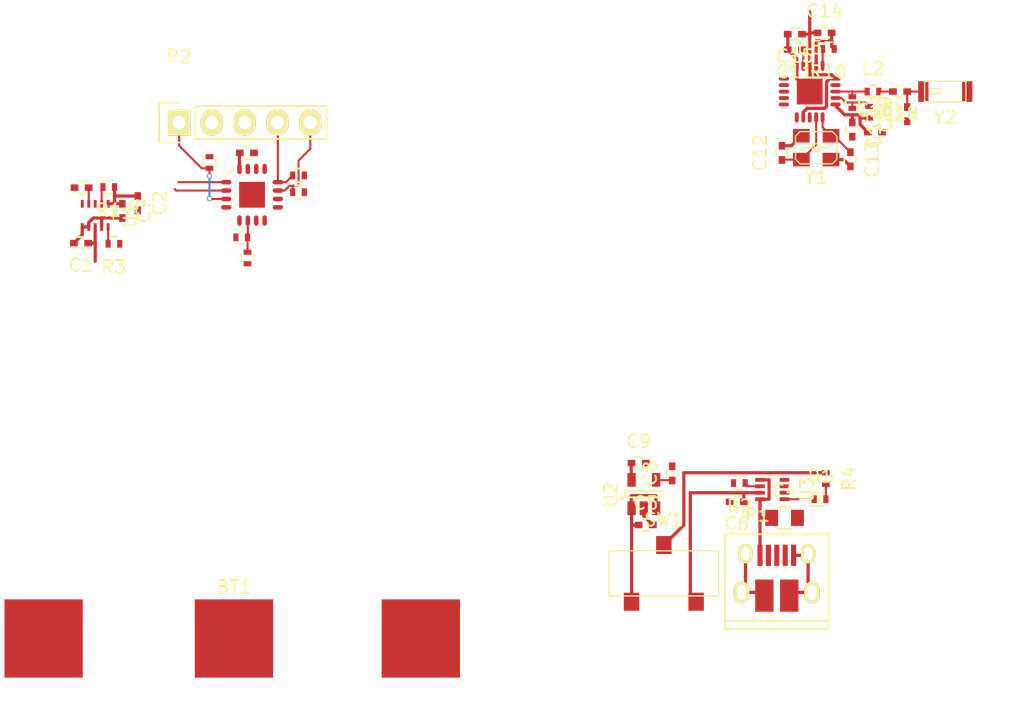
<source format=kicad_pcb>
(kicad_pcb (version 4) (host pcbnew 4.0.2+e4-6225~38~ubuntu14.04.1-stable)

  (general
    (links 113)
    (no_connects 46)
    (area 0 0 0 0)
    (thickness 1.6)
    (drawings 0)
    (tracks 153)
    (zones 0)
    (modules 44)
    (nets 43)
  )

  (page A4)
  (layers
    (0 F.Cu signal)
    (31 B.Cu signal)
    (32 B.Adhes user)
    (33 F.Adhes user)
    (34 B.Paste user)
    (35 F.Paste user)
    (36 B.SilkS user)
    (37 F.SilkS user)
    (38 B.Mask user)
    (39 F.Mask user)
    (40 Dwgs.User user)
    (41 Cmts.User user)
    (42 Eco1.User user)
    (43 Eco2.User user)
    (44 Edge.Cuts user)
    (45 Margin user)
    (46 B.CrtYd user)
    (47 F.CrtYd user)
    (48 B.Fab user)
    (49 F.Fab user)
  )

  (setup
    (last_trace_width 0.16)
    (trace_clearance 0.16)
    (zone_clearance 0.508)
    (zone_45_only no)
    (trace_min 0.16)
    (segment_width 0.2)
    (edge_width 0.15)
    (via_size 0.4)
    (via_drill 0.3)
    (via_min_size 0.4)
    (via_min_drill 0.3)
    (uvia_size 0.3)
    (uvia_drill 0.1)
    (uvias_allowed no)
    (uvia_min_size 0.2)
    (uvia_min_drill 0.1)
    (pcb_text_width 0.3)
    (pcb_text_size 1.5 1.5)
    (mod_edge_width 0.15)
    (mod_text_size 1 1)
    (mod_text_width 0.15)
    (pad_size 1.524 1.524)
    (pad_drill 0.762)
    (pad_to_mask_clearance 0.2)
    (aux_axis_origin 0 0)
    (visible_elements FFFFFF1F)
    (pcbplotparams
      (layerselection 0x00030_80000001)
      (usegerberextensions false)
      (excludeedgelayer true)
      (linewidth 0.100000)
      (plotframeref false)
      (viasonmask false)
      (mode 1)
      (useauxorigin false)
      (hpglpennumber 1)
      (hpglpenspeed 20)
      (hpglpendiameter 15)
      (hpglpenoverlay 2)
      (psnegative false)
      (psa4output false)
      (plotreference true)
      (plotvalue true)
      (plotinvisibletext false)
      (padsonsilk false)
      (subtractmaskfromsilk false)
      (outputformat 1)
      (mirror false)
      (drillshape 1)
      (scaleselection 1)
      (outputdirectory ""))
  )

  (net 0 "")
  (net 1 GND)
  (net 2 VDD)
  (net 3 "Net-(P1-Pad2)")
  (net 4 "Net-(P1-Pad3)")
  (net 5 "Net-(P1-Pad4)")
  (net 6 VPP)
  (net 7 ICSPDAT)
  (net 8 ICSPCLK)
  (net 9 SCL)
  (net 10 SDA)
  (net 11 CE)
  (net 12 ~CSN)
  (net 13 "Net-(U1-Pad3)")
  (net 14 "Net-(U1-Pad5)")
  (net 15 "Net-(U4-Pad4)")
  (net 16 "Net-(U4-Pad5)")
  (net 17 ~IRQ)
  (net 18 MISO)
  (net 19 SCK)
  (net 20 MOSI)
  (net 21 "Net-(U4-Pad14)")
  (net 22 "Net-(U4-Pad15)")
  (net 23 "Net-(Y2-Pad2)")
  (net 24 /ACC_BYP)
  (net 25 /VUSB)
  (net 26 /LDO_BYP)
  (net 27 /NRF_DVDD)
  (net 28 /NRF_XC2)
  (net 29 /NRF_XC1)
  (net 30 /NRF_VDD_PA)
  (net 31 /NRF_ANT_OUT)
  (net 32 /NRF_LC)
  (net 33 /LED_K)
  (net 34 /NRF_ANT2)
  (net 35 /NRF_ANT1)
  (net 36 /CHGR_ISET)
  (net 37 /NRF_IREF)
  (net 38 +BATT)
  (net 39 /CHGR_VBATT)
  (net 40 /LED_A)
  (net 41 /PIC_RD_VBATT)
  (net 42 /LDO_VBATT)

  (net_class Default "This is the default net class."
    (clearance 0.16)
    (trace_width 0.16)
    (via_dia 0.4)
    (via_drill 0.3)
    (uvia_dia 0.3)
    (uvia_drill 0.1)
    (add_net /ACC_BYP)
    (add_net /CHGR_ISET)
    (add_net /LDO_BYP)
    (add_net /LDO_VBATT)
    (add_net /LED_A)
    (add_net /LED_K)
    (add_net /NRF_ANT1)
    (add_net /NRF_ANT2)
    (add_net /NRF_ANT_OUT)
    (add_net /NRF_DVDD)
    (add_net /NRF_IREF)
    (add_net /NRF_LC)
    (add_net /NRF_XC1)
    (add_net /NRF_XC2)
    (add_net CE)
    (add_net ICSPCLK)
    (add_net ICSPDAT)
    (add_net MISO)
    (add_net MOSI)
    (add_net "Net-(P1-Pad2)")
    (add_net "Net-(P1-Pad3)")
    (add_net "Net-(P1-Pad4)")
    (add_net "Net-(U1-Pad3)")
    (add_net "Net-(U1-Pad5)")
    (add_net "Net-(U4-Pad14)")
    (add_net "Net-(U4-Pad15)")
    (add_net "Net-(U4-Pad4)")
    (add_net "Net-(U4-Pad5)")
    (add_net "Net-(Y2-Pad2)")
    (add_net SCK)
    (add_net SCL)
    (add_net SDA)
    (add_net VPP)
    (add_net ~CSN)
    (add_net ~IRQ)
  )

  (net_class Power ""
    (clearance 0.16)
    (trace_width 0.25)
    (via_dia 0.5)
    (via_drill 0.4)
    (uvia_dia 0.3)
    (uvia_drill 0.1)
    (add_net +BATT)
    (add_net /CHGR_VBATT)
    (add_net /NRF_VDD_PA)
    (add_net /PIC_RD_VBATT)
    (add_net /VUSB)
    (add_net GND)
    (add_net VDD)
  )

  (module Capacitors_SMD:C_0402 (layer F.Cu) (tedit 5415D599) (tstamp 578D8C7C)
    (at 112.1 105.35 180)
    (descr "Capacitor SMD 0402, reflow soldering, AVX (see smccp.pdf)")
    (tags "capacitor 0402")
    (path /578452C1)
    (attr smd)
    (fp_text reference C1 (at 0 -1.7 180) (layer F.SilkS)
      (effects (font (size 1 1) (thickness 0.15)))
    )
    (fp_text value 0.1uF (at 0 1.7 180) (layer F.Fab)
      (effects (font (size 1 1) (thickness 0.15)))
    )
    (fp_line (start -1.15 -0.6) (end 1.15 -0.6) (layer F.CrtYd) (width 0.05))
    (fp_line (start -1.15 0.6) (end 1.15 0.6) (layer F.CrtYd) (width 0.05))
    (fp_line (start -1.15 -0.6) (end -1.15 0.6) (layer F.CrtYd) (width 0.05))
    (fp_line (start 1.15 -0.6) (end 1.15 0.6) (layer F.CrtYd) (width 0.05))
    (fp_line (start 0.25 -0.475) (end -0.25 -0.475) (layer F.SilkS) (width 0.15))
    (fp_line (start -0.25 0.475) (end 0.25 0.475) (layer F.SilkS) (width 0.15))
    (pad 1 smd rect (at -0.55 0 180) (size 0.6 0.5) (layers F.Cu F.Paste F.Mask)
      (net 2 VDD))
    (pad 2 smd rect (at 0.55 0 180) (size 0.6 0.5) (layers F.Cu F.Paste F.Mask)
      (net 1 GND))
    (model Capacitors_SMD.3dshapes/C_0402.wrl
      (at (xyz 0 0 0))
      (scale (xyz 1 1 1))
      (rotate (xyz 0 0 0))
    )
  )

  (module Capacitors_SMD:C_0402 (layer F.Cu) (tedit 5415D599) (tstamp 578D8C88)
    (at 116.5 102.25 270)
    (descr "Capacitor SMD 0402, reflow soldering, AVX (see smccp.pdf)")
    (tags "capacitor 0402")
    (path /5784533E)
    (attr smd)
    (fp_text reference C2 (at 0 -1.7 270) (layer F.SilkS)
      (effects (font (size 1 1) (thickness 0.15)))
    )
    (fp_text value 1uF (at 0 1.7 270) (layer F.Fab)
      (effects (font (size 1 1) (thickness 0.15)))
    )
    (fp_line (start -1.15 -0.6) (end 1.15 -0.6) (layer F.CrtYd) (width 0.05))
    (fp_line (start -1.15 0.6) (end 1.15 0.6) (layer F.CrtYd) (width 0.05))
    (fp_line (start -1.15 -0.6) (end -1.15 0.6) (layer F.CrtYd) (width 0.05))
    (fp_line (start 1.15 -0.6) (end 1.15 0.6) (layer F.CrtYd) (width 0.05))
    (fp_line (start 0.25 -0.475) (end -0.25 -0.475) (layer F.SilkS) (width 0.15))
    (fp_line (start -0.25 0.475) (end 0.25 0.475) (layer F.SilkS) (width 0.15))
    (pad 1 smd rect (at -0.55 0 270) (size 0.6 0.5) (layers F.Cu F.Paste F.Mask)
      (net 2 VDD))
    (pad 2 smd rect (at 0.55 0 270) (size 0.6 0.5) (layers F.Cu F.Paste F.Mask)
      (net 1 GND))
    (model Capacitors_SMD.3dshapes/C_0402.wrl
      (at (xyz 0 0 0))
      (scale (xyz 1 1 1))
      (rotate (xyz 0 0 0))
    )
  )

  (module Capacitors_SMD:C_0402 (layer F.Cu) (tedit 57903206) (tstamp 578D8C94)
    (at 112.15 101.05 180)
    (descr "Capacitor SMD 0402, reflow soldering, AVX (see smccp.pdf)")
    (tags "capacitor 0402")
    (path /57846CC6)
    (attr smd)
    (fp_text reference C3 (at 0 -1.7 180) (layer F.SilkS) hide
      (effects (font (size 1 1) (thickness 0.15)))
    )
    (fp_text value 0.1uF (at 0 1.7 180) (layer F.Fab) hide
      (effects (font (size 1 1) (thickness 0.15)))
    )
    (fp_line (start -1.15 -0.6) (end 1.15 -0.6) (layer F.CrtYd) (width 0.05))
    (fp_line (start -1.15 0.6) (end 1.15 0.6) (layer F.CrtYd) (width 0.05))
    (fp_line (start -1.15 -0.6) (end -1.15 0.6) (layer F.CrtYd) (width 0.05))
    (fp_line (start 1.15 -0.6) (end 1.15 0.6) (layer F.CrtYd) (width 0.05))
    (fp_line (start 0.25 -0.475) (end -0.25 -0.475) (layer F.SilkS) (width 0.15))
    (fp_line (start -0.25 0.475) (end 0.25 0.475) (layer F.SilkS) (width 0.15))
    (pad 1 smd rect (at -0.55 0 180) (size 0.6 0.5) (layers F.Cu F.Paste F.Mask)
      (net 24 /ACC_BYP))
    (pad 2 smd rect (at 0.55 0 180) (size 0.6 0.5) (layers F.Cu F.Paste F.Mask)
      (net 1 GND))
    (model Capacitors_SMD.3dshapes/C_0402.wrl
      (at (xyz 0 0 0))
      (scale (xyz 1 1 1))
      (rotate (xyz 0 0 0))
    )
  )

  (module Capacitors_SMD:C_0805 (layer F.Cu) (tedit 5415D6EA) (tstamp 578D8CA0)
    (at 166.6 126.65)
    (descr "Capacitor SMD 0805, reflow soldering, AVX (see smccp.pdf)")
    (tags "capacitor 0805")
    (path /5784ADFA)
    (attr smd)
    (fp_text reference C4 (at 0 -2.1) (layer F.SilkS)
      (effects (font (size 1 1) (thickness 0.15)))
    )
    (fp_text value 10uF (at 0 2.1) (layer F.Fab)
      (effects (font (size 1 1) (thickness 0.15)))
    )
    (fp_line (start -1.8 -1) (end 1.8 -1) (layer F.CrtYd) (width 0.05))
    (fp_line (start -1.8 1) (end 1.8 1) (layer F.CrtYd) (width 0.05))
    (fp_line (start -1.8 -1) (end -1.8 1) (layer F.CrtYd) (width 0.05))
    (fp_line (start 1.8 -1) (end 1.8 1) (layer F.CrtYd) (width 0.05))
    (fp_line (start 0.5 -0.85) (end -0.5 -0.85) (layer F.SilkS) (width 0.15))
    (fp_line (start -0.5 0.85) (end 0.5 0.85) (layer F.SilkS) (width 0.15))
    (pad 1 smd rect (at -1 0) (size 1 1.25) (layers F.Cu F.Paste F.Mask)
      (net 25 /VUSB))
    (pad 2 smd rect (at 1 0) (size 1 1.25) (layers F.Cu F.Paste F.Mask)
      (net 1 GND))
    (model Capacitors_SMD.3dshapes/C_0805.wrl
      (at (xyz 0 0 0))
      (scale (xyz 1 1 1))
      (rotate (xyz 0 0 0))
    )
  )

  (module Capacitors_SMD:C_0402 (layer F.Cu) (tedit 5415D599) (tstamp 578D8CAC)
    (at 155.85 127.2)
    (descr "Capacitor SMD 0402, reflow soldering, AVX (see smccp.pdf)")
    (tags "capacitor 0402")
    (path /57848388)
    (attr smd)
    (fp_text reference C5 (at 0 -1.7) (layer F.SilkS)
      (effects (font (size 1 1) (thickness 0.15)))
    )
    (fp_text value 1uF (at 0 1.7) (layer F.Fab)
      (effects (font (size 1 1) (thickness 0.15)))
    )
    (fp_line (start -1.15 -0.6) (end 1.15 -0.6) (layer F.CrtYd) (width 0.05))
    (fp_line (start -1.15 0.6) (end 1.15 0.6) (layer F.CrtYd) (width 0.05))
    (fp_line (start -1.15 -0.6) (end -1.15 0.6) (layer F.CrtYd) (width 0.05))
    (fp_line (start 1.15 -0.6) (end 1.15 0.6) (layer F.CrtYd) (width 0.05))
    (fp_line (start 0.25 -0.475) (end -0.25 -0.475) (layer F.SilkS) (width 0.15))
    (fp_line (start -0.25 0.475) (end 0.25 0.475) (layer F.SilkS) (width 0.15))
    (pad 1 smd rect (at -0.55 0) (size 0.6 0.5) (layers F.Cu F.Paste F.Mask)
      (net 42 /LDO_VBATT))
    (pad 2 smd rect (at 0.55 0) (size 0.6 0.5) (layers F.Cu F.Paste F.Mask)
      (net 1 GND))
    (model Capacitors_SMD.3dshapes/C_0402.wrl
      (at (xyz 0 0 0))
      (scale (xyz 1 1 1))
      (rotate (xyz 0 0 0))
    )
  )

  (module Capacitors_SMD:C_0402 (layer F.Cu) (tedit 5415D599) (tstamp 578D8CB8)
    (at 162.9 125.4 180)
    (descr "Capacitor SMD 0402, reflow soldering, AVX (see smccp.pdf)")
    (tags "capacitor 0402")
    (path /5784BD17)
    (attr smd)
    (fp_text reference C6 (at 0 -1.7 180) (layer F.SilkS)
      (effects (font (size 1 1) (thickness 0.15)))
    )
    (fp_text value 1uF (at 0 1.7 180) (layer F.Fab)
      (effects (font (size 1 1) (thickness 0.15)))
    )
    (fp_line (start -1.15 -0.6) (end 1.15 -0.6) (layer F.CrtYd) (width 0.05))
    (fp_line (start -1.15 0.6) (end 1.15 0.6) (layer F.CrtYd) (width 0.05))
    (fp_line (start -1.15 -0.6) (end -1.15 0.6) (layer F.CrtYd) (width 0.05))
    (fp_line (start 1.15 -0.6) (end 1.15 0.6) (layer F.CrtYd) (width 0.05))
    (fp_line (start 0.25 -0.475) (end -0.25 -0.475) (layer F.SilkS) (width 0.15))
    (fp_line (start -0.25 0.475) (end 0.25 0.475) (layer F.SilkS) (width 0.15))
    (pad 1 smd rect (at -0.55 0 180) (size 0.6 0.5) (layers F.Cu F.Paste F.Mask)
      (net 39 /CHGR_VBATT))
    (pad 2 smd rect (at 0.55 0 180) (size 0.6 0.5) (layers F.Cu F.Paste F.Mask)
      (net 1 GND))
    (model Capacitors_SMD.3dshapes/C_0402.wrl
      (at (xyz 0 0 0))
      (scale (xyz 1 1 1))
      (rotate (xyz 0 0 0))
    )
  )

  (module Capacitors_SMD:C_0402 (layer F.Cu) (tedit 5415D599) (tstamp 578D8CC4)
    (at 115.3 102.85 270)
    (descr "Capacitor SMD 0402, reflow soldering, AVX (see smccp.pdf)")
    (tags "capacitor 0402")
    (path /578453C3)
    (attr smd)
    (fp_text reference C7 (at 0 -1.7 270) (layer F.SilkS)
      (effects (font (size 1 1) (thickness 0.15)))
    )
    (fp_text value 0.1uF (at 0 1.7 270) (layer F.Fab)
      (effects (font (size 1 1) (thickness 0.15)))
    )
    (fp_line (start -1.15 -0.6) (end 1.15 -0.6) (layer F.CrtYd) (width 0.05))
    (fp_line (start -1.15 0.6) (end 1.15 0.6) (layer F.CrtYd) (width 0.05))
    (fp_line (start -1.15 -0.6) (end -1.15 0.6) (layer F.CrtYd) (width 0.05))
    (fp_line (start 1.15 -0.6) (end 1.15 0.6) (layer F.CrtYd) (width 0.05))
    (fp_line (start 0.25 -0.475) (end -0.25 -0.475) (layer F.SilkS) (width 0.15))
    (fp_line (start -0.25 0.475) (end 0.25 0.475) (layer F.SilkS) (width 0.15))
    (pad 1 smd rect (at -0.55 0 270) (size 0.6 0.5) (layers F.Cu F.Paste F.Mask)
      (net 2 VDD))
    (pad 2 smd rect (at 0.55 0 270) (size 0.6 0.5) (layers F.Cu F.Paste F.Mask)
      (net 1 GND))
    (model Capacitors_SMD.3dshapes/C_0402.wrl
      (at (xyz 0 0 0))
      (scale (xyz 1 1 1))
      (rotate (xyz 0 0 0))
    )
  )

  (module Capacitors_SMD:C_0402 (layer F.Cu) (tedit 5415D599) (tstamp 578D8CD0)
    (at 157.9 123.2 90)
    (descr "Capacitor SMD 0402, reflow soldering, AVX (see smccp.pdf)")
    (tags "capacitor 0402")
    (path /57847995)
    (attr smd)
    (fp_text reference C8 (at 0 -1.7 90) (layer F.SilkS)
      (effects (font (size 1 1) (thickness 0.15)))
    )
    (fp_text value 470pF (at 0 1.7 90) (layer F.Fab)
      (effects (font (size 1 1) (thickness 0.15)))
    )
    (fp_line (start -1.15 -0.6) (end 1.15 -0.6) (layer F.CrtYd) (width 0.05))
    (fp_line (start -1.15 0.6) (end 1.15 0.6) (layer F.CrtYd) (width 0.05))
    (fp_line (start -1.15 -0.6) (end -1.15 0.6) (layer F.CrtYd) (width 0.05))
    (fp_line (start 1.15 -0.6) (end 1.15 0.6) (layer F.CrtYd) (width 0.05))
    (fp_line (start 0.25 -0.475) (end -0.25 -0.475) (layer F.SilkS) (width 0.15))
    (fp_line (start -0.25 0.475) (end 0.25 0.475) (layer F.SilkS) (width 0.15))
    (pad 1 smd rect (at -0.55 0 90) (size 0.6 0.5) (layers F.Cu F.Paste F.Mask)
      (net 26 /LDO_BYP))
    (pad 2 smd rect (at 0.55 0 90) (size 0.6 0.5) (layers F.Cu F.Paste F.Mask)
      (net 1 GND))
    (model Capacitors_SMD.3dshapes/C_0402.wrl
      (at (xyz 0 0 0))
      (scale (xyz 1 1 1))
      (rotate (xyz 0 0 0))
    )
  )

  (module Capacitors_SMD:C_0402 (layer F.Cu) (tedit 5415D599) (tstamp 578D8CDC)
    (at 155.3 122.4)
    (descr "Capacitor SMD 0402, reflow soldering, AVX (see smccp.pdf)")
    (tags "capacitor 0402")
    (path /57847DAA)
    (attr smd)
    (fp_text reference C9 (at 0 -1.7) (layer F.SilkS)
      (effects (font (size 1 1) (thickness 0.15)))
    )
    (fp_text value 1uF (at 0 1.7) (layer F.Fab)
      (effects (font (size 1 1) (thickness 0.15)))
    )
    (fp_line (start -1.15 -0.6) (end 1.15 -0.6) (layer F.CrtYd) (width 0.05))
    (fp_line (start -1.15 0.6) (end 1.15 0.6) (layer F.CrtYd) (width 0.05))
    (fp_line (start -1.15 -0.6) (end -1.15 0.6) (layer F.CrtYd) (width 0.05))
    (fp_line (start 1.15 -0.6) (end 1.15 0.6) (layer F.CrtYd) (width 0.05))
    (fp_line (start 0.25 -0.475) (end -0.25 -0.475) (layer F.SilkS) (width 0.15))
    (fp_line (start -0.25 0.475) (end 0.25 0.475) (layer F.SilkS) (width 0.15))
    (pad 1 smd rect (at -0.55 0) (size 0.6 0.5) (layers F.Cu F.Paste F.Mask)
      (net 2 VDD))
    (pad 2 smd rect (at 0.55 0) (size 0.6 0.5) (layers F.Cu F.Paste F.Mask)
      (net 1 GND))
    (model Capacitors_SMD.3dshapes/C_0402.wrl
      (at (xyz 0 0 0))
      (scale (xyz 1 1 1))
      (rotate (xyz 0 0 0))
    )
  )

  (module Capacitors_SMD:C_0402 (layer F.Cu) (tedit 57902ED4) (tstamp 578D8CE8)
    (at 124.95 98.35)
    (descr "Capacitor SMD 0402, reflow soldering, AVX (see smccp.pdf)")
    (tags "capacitor 0402")
    (path /5785C9EE)
    (attr smd)
    (fp_text reference C10 (at 0 -1.7) (layer F.SilkS) hide
      (effects (font (size 1 1) (thickness 0.15)))
    )
    (fp_text value 0.1uF (at 0 1.7) (layer F.Fab) hide
      (effects (font (size 1 1) (thickness 0.15)))
    )
    (fp_line (start -1.15 -0.6) (end 1.15 -0.6) (layer F.CrtYd) (width 0.05))
    (fp_line (start -1.15 0.6) (end 1.15 0.6) (layer F.CrtYd) (width 0.05))
    (fp_line (start -1.15 -0.6) (end -1.15 0.6) (layer F.CrtYd) (width 0.05))
    (fp_line (start 1.15 -0.6) (end 1.15 0.6) (layer F.CrtYd) (width 0.05))
    (fp_line (start 0.25 -0.475) (end -0.25 -0.475) (layer F.SilkS) (width 0.15))
    (fp_line (start -0.25 0.475) (end 0.25 0.475) (layer F.SilkS) (width 0.15))
    (pad 1 smd rect (at -0.55 0) (size 0.6 0.5) (layers F.Cu F.Paste F.Mask)
      (net 2 VDD))
    (pad 2 smd rect (at 0.55 0) (size 0.6 0.5) (layers F.Cu F.Paste F.Mask)
      (net 1 GND))
    (model Capacitors_SMD.3dshapes/C_0402.wrl
      (at (xyz 0 0 0))
      (scale (xyz 1 1 1))
      (rotate (xyz 0 0 0))
    )
  )

  (module Capacitors_SMD:C_0402 (layer F.Cu) (tedit 5415D599) (tstamp 578D8CF4)
    (at 167.4 90.35 180)
    (descr "Capacitor SMD 0402, reflow soldering, AVX (see smccp.pdf)")
    (tags "capacitor 0402")
    (path /5781601D)
    (attr smd)
    (fp_text reference C11 (at 0 -1.7 180) (layer F.SilkS)
      (effects (font (size 1 1) (thickness 0.15)))
    )
    (fp_text value 33nF (at 0 1.7 180) (layer F.Fab)
      (effects (font (size 1 1) (thickness 0.15)))
    )
    (fp_line (start -1.15 -0.6) (end 1.15 -0.6) (layer F.CrtYd) (width 0.05))
    (fp_line (start -1.15 0.6) (end 1.15 0.6) (layer F.CrtYd) (width 0.05))
    (fp_line (start -1.15 -0.6) (end -1.15 0.6) (layer F.CrtYd) (width 0.05))
    (fp_line (start 1.15 -0.6) (end 1.15 0.6) (layer F.CrtYd) (width 0.05))
    (fp_line (start 0.25 -0.475) (end -0.25 -0.475) (layer F.SilkS) (width 0.15))
    (fp_line (start -0.25 0.475) (end 0.25 0.475) (layer F.SilkS) (width 0.15))
    (pad 1 smd rect (at -0.55 0 180) (size 0.6 0.5) (layers F.Cu F.Paste F.Mask)
      (net 27 /NRF_DVDD))
    (pad 2 smd rect (at 0.55 0 180) (size 0.6 0.5) (layers F.Cu F.Paste F.Mask)
      (net 1 GND))
    (model Capacitors_SMD.3dshapes/C_0402.wrl
      (at (xyz 0 0 0))
      (scale (xyz 1 1 1))
      (rotate (xyz 0 0 0))
    )
  )

  (module Capacitors_SMD:C_0402 (layer F.Cu) (tedit 5415D599) (tstamp 578D8D00)
    (at 166.4 98.35 90)
    (descr "Capacitor SMD 0402, reflow soldering, AVX (see smccp.pdf)")
    (tags "capacitor 0402")
    (path /57816024)
    (attr smd)
    (fp_text reference C12 (at 0 -1.7 90) (layer F.SilkS)
      (effects (font (size 1 1) (thickness 0.15)))
    )
    (fp_text value 22pF (at 0 1.7 90) (layer F.Fab)
      (effects (font (size 1 1) (thickness 0.15)))
    )
    (fp_line (start -1.15 -0.6) (end 1.15 -0.6) (layer F.CrtYd) (width 0.05))
    (fp_line (start -1.15 0.6) (end 1.15 0.6) (layer F.CrtYd) (width 0.05))
    (fp_line (start -1.15 -0.6) (end -1.15 0.6) (layer F.CrtYd) (width 0.05))
    (fp_line (start 1.15 -0.6) (end 1.15 0.6) (layer F.CrtYd) (width 0.05))
    (fp_line (start 0.25 -0.475) (end -0.25 -0.475) (layer F.SilkS) (width 0.15))
    (fp_line (start -0.25 0.475) (end 0.25 0.475) (layer F.SilkS) (width 0.15))
    (pad 1 smd rect (at -0.55 0 90) (size 0.6 0.5) (layers F.Cu F.Paste F.Mask)
      (net 28 /NRF_XC2))
    (pad 2 smd rect (at 0.55 0 90) (size 0.6 0.5) (layers F.Cu F.Paste F.Mask)
      (net 1 GND))
    (model Capacitors_SMD.3dshapes/C_0402.wrl
      (at (xyz 0 0 0))
      (scale (xyz 1 1 1))
      (rotate (xyz 0 0 0))
    )
  )

  (module Capacitors_SMD:C_0402 (layer F.Cu) (tedit 5415D599) (tstamp 578D8D0C)
    (at 171.7 98.85 270)
    (descr "Capacitor SMD 0402, reflow soldering, AVX (see smccp.pdf)")
    (tags "capacitor 0402")
    (path /57816025)
    (attr smd)
    (fp_text reference C13 (at 0 -1.7 270) (layer F.SilkS)
      (effects (font (size 1 1) (thickness 0.15)))
    )
    (fp_text value 22pF (at 0 1.7 270) (layer F.Fab)
      (effects (font (size 1 1) (thickness 0.15)))
    )
    (fp_line (start -1.15 -0.6) (end 1.15 -0.6) (layer F.CrtYd) (width 0.05))
    (fp_line (start -1.15 0.6) (end 1.15 0.6) (layer F.CrtYd) (width 0.05))
    (fp_line (start -1.15 -0.6) (end -1.15 0.6) (layer F.CrtYd) (width 0.05))
    (fp_line (start 1.15 -0.6) (end 1.15 0.6) (layer F.CrtYd) (width 0.05))
    (fp_line (start 0.25 -0.475) (end -0.25 -0.475) (layer F.SilkS) (width 0.15))
    (fp_line (start -0.25 0.475) (end 0.25 0.475) (layer F.SilkS) (width 0.15))
    (pad 1 smd rect (at -0.55 0 270) (size 0.6 0.5) (layers F.Cu F.Paste F.Mask)
      (net 29 /NRF_XC1))
    (pad 2 smd rect (at 0.55 0 270) (size 0.6 0.5) (layers F.Cu F.Paste F.Mask)
      (net 1 GND))
    (model Capacitors_SMD.3dshapes/C_0402.wrl
      (at (xyz 0 0 0))
      (scale (xyz 1 1 1))
      (rotate (xyz 0 0 0))
    )
  )

  (module Capacitors_SMD:C_0402 (layer F.Cu) (tedit 5415D599) (tstamp 578D8D18)
    (at 169.7 89.05)
    (descr "Capacitor SMD 0402, reflow soldering, AVX (see smccp.pdf)")
    (tags "capacitor 0402")
    (path /57816022)
    (attr smd)
    (fp_text reference C14 (at 0 -1.7) (layer F.SilkS)
      (effects (font (size 1 1) (thickness 0.15)))
    )
    (fp_text value 10nF (at 0 1.7) (layer F.Fab)
      (effects (font (size 1 1) (thickness 0.15)))
    )
    (fp_line (start -1.15 -0.6) (end 1.15 -0.6) (layer F.CrtYd) (width 0.05))
    (fp_line (start -1.15 0.6) (end 1.15 0.6) (layer F.CrtYd) (width 0.05))
    (fp_line (start -1.15 -0.6) (end -1.15 0.6) (layer F.CrtYd) (width 0.05))
    (fp_line (start 1.15 -0.6) (end 1.15 0.6) (layer F.CrtYd) (width 0.05))
    (fp_line (start 0.25 -0.475) (end -0.25 -0.475) (layer F.SilkS) (width 0.15))
    (fp_line (start -0.25 0.475) (end 0.25 0.475) (layer F.SilkS) (width 0.15))
    (pad 1 smd rect (at -0.55 0) (size 0.6 0.5) (layers F.Cu F.Paste F.Mask)
      (net 2 VDD))
    (pad 2 smd rect (at 0.55 0) (size 0.6 0.5) (layers F.Cu F.Paste F.Mask)
      (net 1 GND))
    (model Capacitors_SMD.3dshapes/C_0402.wrl
      (at (xyz 0 0 0))
      (scale (xyz 1 1 1))
      (rotate (xyz 0 0 0))
    )
  )

  (module Capacitors_SMD:C_0402 (layer F.Cu) (tedit 5415D599) (tstamp 578D8D24)
    (at 167.4 89.15 180)
    (descr "Capacitor SMD 0402, reflow soldering, AVX (see smccp.pdf)")
    (tags "capacitor 0402")
    (path /57816021)
    (attr smd)
    (fp_text reference C15 (at 0 -1.7 180) (layer F.SilkS)
      (effects (font (size 1 1) (thickness 0.15)))
    )
    (fp_text value 1nF (at 0 1.7 180) (layer F.Fab)
      (effects (font (size 1 1) (thickness 0.15)))
    )
    (fp_line (start -1.15 -0.6) (end 1.15 -0.6) (layer F.CrtYd) (width 0.05))
    (fp_line (start -1.15 0.6) (end 1.15 0.6) (layer F.CrtYd) (width 0.05))
    (fp_line (start -1.15 -0.6) (end -1.15 0.6) (layer F.CrtYd) (width 0.05))
    (fp_line (start 1.15 -0.6) (end 1.15 0.6) (layer F.CrtYd) (width 0.05))
    (fp_line (start 0.25 -0.475) (end -0.25 -0.475) (layer F.SilkS) (width 0.15))
    (fp_line (start -0.25 0.475) (end 0.25 0.475) (layer F.SilkS) (width 0.15))
    (pad 1 smd rect (at -0.55 0 180) (size 0.6 0.5) (layers F.Cu F.Paste F.Mask)
      (net 2 VDD))
    (pad 2 smd rect (at 0.55 0 180) (size 0.6 0.5) (layers F.Cu F.Paste F.Mask)
      (net 1 GND))
    (model Capacitors_SMD.3dshapes/C_0402.wrl
      (at (xyz 0 0 0))
      (scale (xyz 1 1 1))
      (rotate (xyz 0 0 0))
    )
  )

  (module Capacitors_SMD:C_0402 (layer F.Cu) (tedit 5415D599) (tstamp 578D8D30)
    (at 173.6 96.75)
    (descr "Capacitor SMD 0402, reflow soldering, AVX (see smccp.pdf)")
    (tags "capacitor 0402")
    (path /5781602E)
    (attr smd)
    (fp_text reference C16 (at 0 -1.7) (layer F.SilkS)
      (effects (font (size 1 1) (thickness 0.15)))
    )
    (fp_text value 2.2nF (at 0 1.7) (layer F.Fab)
      (effects (font (size 1 1) (thickness 0.15)))
    )
    (fp_line (start -1.15 -0.6) (end 1.15 -0.6) (layer F.CrtYd) (width 0.05))
    (fp_line (start -1.15 0.6) (end 1.15 0.6) (layer F.CrtYd) (width 0.05))
    (fp_line (start -1.15 -0.6) (end -1.15 0.6) (layer F.CrtYd) (width 0.05))
    (fp_line (start 1.15 -0.6) (end 1.15 0.6) (layer F.CrtYd) (width 0.05))
    (fp_line (start 0.25 -0.475) (end -0.25 -0.475) (layer F.SilkS) (width 0.15))
    (fp_line (start -0.25 0.475) (end 0.25 0.475) (layer F.SilkS) (width 0.15))
    (pad 1 smd rect (at -0.55 0) (size 0.6 0.5) (layers F.Cu F.Paste F.Mask)
      (net 30 /NRF_VDD_PA))
    (pad 2 smd rect (at 0.55 0) (size 0.6 0.5) (layers F.Cu F.Paste F.Mask)
      (net 1 GND))
    (model Capacitors_SMD.3dshapes/C_0402.wrl
      (at (xyz 0 0 0))
      (scale (xyz 1 1 1))
      (rotate (xyz 0 0 0))
    )
  )

  (module Capacitors_SMD:C_0402 (layer F.Cu) (tedit 5415D599) (tstamp 578D8D3C)
    (at 171.85 96.55 270)
    (descr "Capacitor SMD 0402, reflow soldering, AVX (see smccp.pdf)")
    (tags "capacitor 0402")
    (path /5781602D)
    (attr smd)
    (fp_text reference C17 (at 0 -1.7 270) (layer F.SilkS)
      (effects (font (size 1 1) (thickness 0.15)))
    )
    (fp_text value 4.7pF (at 0 1.7 270) (layer F.Fab)
      (effects (font (size 1 1) (thickness 0.15)))
    )
    (fp_line (start -1.15 -0.6) (end 1.15 -0.6) (layer F.CrtYd) (width 0.05))
    (fp_line (start -1.15 0.6) (end 1.15 0.6) (layer F.CrtYd) (width 0.05))
    (fp_line (start -1.15 -0.6) (end -1.15 0.6) (layer F.CrtYd) (width 0.05))
    (fp_line (start 1.15 -0.6) (end 1.15 0.6) (layer F.CrtYd) (width 0.05))
    (fp_line (start 0.25 -0.475) (end -0.25 -0.475) (layer F.SilkS) (width 0.15))
    (fp_line (start -0.25 0.475) (end 0.25 0.475) (layer F.SilkS) (width 0.15))
    (pad 1 smd rect (at -0.55 0 270) (size 0.6 0.5) (layers F.Cu F.Paste F.Mask)
      (net 30 /NRF_VDD_PA))
    (pad 2 smd rect (at 0.55 0 270) (size 0.6 0.5) (layers F.Cu F.Paste F.Mask)
      (net 1 GND))
    (model Capacitors_SMD.3dshapes/C_0402.wrl
      (at (xyz 0 0 0))
      (scale (xyz 1 1 1))
      (rotate (xyz 0 0 0))
    )
  )

  (module Capacitors_SMD:C_0402 (layer F.Cu) (tedit 5415D599) (tstamp 578D8D48)
    (at 175.55 93.6 180)
    (descr "Capacitor SMD 0402, reflow soldering, AVX (see smccp.pdf)")
    (tags "capacitor 0402")
    (path /57816030)
    (attr smd)
    (fp_text reference C18 (at 0 -1.7 180) (layer F.SilkS)
      (effects (font (size 1 1) (thickness 0.15)))
    )
    (fp_text value 1.5pF (at 0 1.7 180) (layer F.Fab)
      (effects (font (size 1 1) (thickness 0.15)))
    )
    (fp_line (start -1.15 -0.6) (end 1.15 -0.6) (layer F.CrtYd) (width 0.05))
    (fp_line (start -1.15 0.6) (end 1.15 0.6) (layer F.CrtYd) (width 0.05))
    (fp_line (start -1.15 -0.6) (end -1.15 0.6) (layer F.CrtYd) (width 0.05))
    (fp_line (start 1.15 -0.6) (end 1.15 0.6) (layer F.CrtYd) (width 0.05))
    (fp_line (start 0.25 -0.475) (end -0.25 -0.475) (layer F.SilkS) (width 0.15))
    (fp_line (start -0.25 0.475) (end 0.25 0.475) (layer F.SilkS) (width 0.15))
    (pad 1 smd rect (at -0.55 0 180) (size 0.6 0.5) (layers F.Cu F.Paste F.Mask)
      (net 31 /NRF_ANT_OUT))
    (pad 2 smd rect (at 0.55 0 180) (size 0.6 0.5) (layers F.Cu F.Paste F.Mask)
      (net 32 /NRF_LC))
    (model Capacitors_SMD.3dshapes/C_0402.wrl
      (at (xyz 0 0 0))
      (scale (xyz 1 1 1))
      (rotate (xyz 0 0 0))
    )
  )

  (module Capacitors_SMD:C_0402 (layer F.Cu) (tedit 5415D599) (tstamp 578D8D54)
    (at 176.1 95.35 90)
    (descr "Capacitor SMD 0402, reflow soldering, AVX (see smccp.pdf)")
    (tags "capacitor 0402")
    (path /57816031)
    (attr smd)
    (fp_text reference C19 (at 0 -1.7 90) (layer F.SilkS)
      (effects (font (size 1 1) (thickness 0.15)))
    )
    (fp_text value 1pF (at 0 1.7 90) (layer F.Fab)
      (effects (font (size 1 1) (thickness 0.15)))
    )
    (fp_line (start -1.15 -0.6) (end 1.15 -0.6) (layer F.CrtYd) (width 0.05))
    (fp_line (start -1.15 0.6) (end 1.15 0.6) (layer F.CrtYd) (width 0.05))
    (fp_line (start -1.15 -0.6) (end -1.15 0.6) (layer F.CrtYd) (width 0.05))
    (fp_line (start 1.15 -0.6) (end 1.15 0.6) (layer F.CrtYd) (width 0.05))
    (fp_line (start 0.25 -0.475) (end -0.25 -0.475) (layer F.SilkS) (width 0.15))
    (fp_line (start -0.25 0.475) (end 0.25 0.475) (layer F.SilkS) (width 0.15))
    (pad 1 smd rect (at -0.55 0 90) (size 0.6 0.5) (layers F.Cu F.Paste F.Mask)
      (net 1 GND))
    (pad 2 smd rect (at 0.55 0 90) (size 0.6 0.5) (layers F.Cu F.Paste F.Mask)
      (net 31 /NRF_ANT_OUT))
    (model Capacitors_SMD.3dshapes/C_0402.wrl
      (at (xyz 0 0 0))
      (scale (xyz 1 1 1))
      (rotate (xyz 0 0 0))
    )
  )

  (module LEDs:LED_0402 (layer F.Cu) (tedit 5710AA4B) (tstamp 578D8D62)
    (at 169.35 125.2)
    (descr "LED 0402 smd package")
    (tags "LED led 0402 SMD smd SMT smt smdled SMDLED smtled SMTLED")
    (path /57848BEE)
    (attr smd)
    (fp_text reference D1 (at 0 -1.8) (layer F.SilkS)
      (effects (font (size 1 1) (thickness 0.15)))
    )
    (fp_text value LED (at 0 1.8) (layer F.Fab)
      (effects (font (size 1 1) (thickness 0.15)))
    )
    (fp_line (start -0.1 0) (end 0.1 0.25) (layer F.SilkS) (width 0.15))
    (fp_line (start 0.1 -0.25) (end -0.1 0) (layer F.SilkS) (width 0.15))
    (fp_line (start -0.95 -0.65) (end 0.95 -0.65) (layer F.CrtYd) (width 0.05))
    (fp_line (start -0.95 0.65) (end 0.95 0.65) (layer F.CrtYd) (width 0.05))
    (fp_line (start -0.95 -0.65) (end -0.95 0.65) (layer F.CrtYd) (width 0.05))
    (fp_line (start 0.95 -0.65) (end 0.95 0.65) (layer F.CrtYd) (width 0.05))
    (fp_line (start 0.25 -0.525) (end -0.8 -0.525) (layer F.SilkS) (width 0.15))
    (fp_line (start 0.25 0.525) (end -0.8 0.525) (layer F.SilkS) (width 0.15))
    (pad 1 smd rect (at -0.45 0) (size 0.4 0.6) (layers F.Cu F.Paste F.Mask)
      (net 33 /LED_K))
    (pad 2 smd rect (at 0.45 0) (size 0.4 0.6) (layers F.Cu F.Paste F.Mask)
      (net 40 /LED_A))
    (model LEDs.3dshapes/LED_0402.wrl
      (at (xyz 0 0 0))
      (scale (xyz 1 1 1))
      (rotate (xyz 0 0 180))
    )
  )

  (module Resistors_SMD:R_0402 (layer F.Cu) (tedit 5415CBB8) (tstamp 578D8D6E)
    (at 171.85 94.45 270)
    (descr "Resistor SMD 0402, reflow soldering, Vishay (see dcrcw.pdf)")
    (tags "resistor 0402")
    (path /5781602B)
    (attr smd)
    (fp_text reference L1 (at 0 -1.8 270) (layer F.SilkS)
      (effects (font (size 1 1) (thickness 0.15)))
    )
    (fp_text value 8.2nH (at 0 1.8 270) (layer F.Fab)
      (effects (font (size 1 1) (thickness 0.15)))
    )
    (fp_line (start -0.95 -0.65) (end 0.95 -0.65) (layer F.CrtYd) (width 0.05))
    (fp_line (start -0.95 0.65) (end 0.95 0.65) (layer F.CrtYd) (width 0.05))
    (fp_line (start -0.95 -0.65) (end -0.95 0.65) (layer F.CrtYd) (width 0.05))
    (fp_line (start 0.95 -0.65) (end 0.95 0.65) (layer F.CrtYd) (width 0.05))
    (fp_line (start 0.25 -0.525) (end -0.25 -0.525) (layer F.SilkS) (width 0.15))
    (fp_line (start -0.25 0.525) (end 0.25 0.525) (layer F.SilkS) (width 0.15))
    (pad 1 smd rect (at -0.45 0 270) (size 0.4 0.6) (layers F.Cu F.Paste F.Mask)
      (net 34 /NRF_ANT2))
    (pad 2 smd rect (at 0.45 0 270) (size 0.4 0.6) (layers F.Cu F.Paste F.Mask)
      (net 35 /NRF_ANT1))
    (model Resistors_SMD.3dshapes/R_0402.wrl
      (at (xyz 0 0 0))
      (scale (xyz 1 1 1))
      (rotate (xyz 0 0 0))
    )
  )

  (module Resistors_SMD:R_0402 (layer F.Cu) (tedit 5415CBB8) (tstamp 578D8D7A)
    (at 173.45 93.6)
    (descr "Resistor SMD 0402, reflow soldering, Vishay (see dcrcw.pdf)")
    (tags "resistor 0402")
    (path /5781602A)
    (attr smd)
    (fp_text reference L2 (at 0 -1.8) (layer F.SilkS)
      (effects (font (size 1 1) (thickness 0.15)))
    )
    (fp_text value 3.9nH (at 0 1.8) (layer F.Fab)
      (effects (font (size 1 1) (thickness 0.15)))
    )
    (fp_line (start -0.95 -0.65) (end 0.95 -0.65) (layer F.CrtYd) (width 0.05))
    (fp_line (start -0.95 0.65) (end 0.95 0.65) (layer F.CrtYd) (width 0.05))
    (fp_line (start -0.95 -0.65) (end -0.95 0.65) (layer F.CrtYd) (width 0.05))
    (fp_line (start 0.95 -0.65) (end 0.95 0.65) (layer F.CrtYd) (width 0.05))
    (fp_line (start 0.25 -0.525) (end -0.25 -0.525) (layer F.SilkS) (width 0.15))
    (fp_line (start -0.25 0.525) (end 0.25 0.525) (layer F.SilkS) (width 0.15))
    (pad 1 smd rect (at -0.45 0) (size 0.4 0.6) (layers F.Cu F.Paste F.Mask)
      (net 34 /NRF_ANT2))
    (pad 2 smd rect (at 0.45 0) (size 0.4 0.6) (layers F.Cu F.Paste F.Mask)
      (net 32 /NRF_LC))
    (model Resistors_SMD.3dshapes/R_0402.wrl
      (at (xyz 0 0 0))
      (scale (xyz 1 1 1))
      (rotate (xyz 0 0 0))
    )
  )

  (module Resistors_SMD:R_0402 (layer F.Cu) (tedit 5415CBB8) (tstamp 578D8D86)
    (at 173.15 95.2 270)
    (descr "Resistor SMD 0402, reflow soldering, Vishay (see dcrcw.pdf)")
    (tags "resistor 0402")
    (path /5781602C)
    (attr smd)
    (fp_text reference L3 (at 0 -1.8 270) (layer F.SilkS)
      (effects (font (size 1 1) (thickness 0.15)))
    )
    (fp_text value 2.7nH (at 0 1.8 270) (layer F.Fab)
      (effects (font (size 1 1) (thickness 0.15)))
    )
    (fp_line (start -0.95 -0.65) (end 0.95 -0.65) (layer F.CrtYd) (width 0.05))
    (fp_line (start -0.95 0.65) (end 0.95 0.65) (layer F.CrtYd) (width 0.05))
    (fp_line (start -0.95 -0.65) (end -0.95 0.65) (layer F.CrtYd) (width 0.05))
    (fp_line (start 0.95 -0.65) (end 0.95 0.65) (layer F.CrtYd) (width 0.05))
    (fp_line (start 0.25 -0.525) (end -0.25 -0.525) (layer F.SilkS) (width 0.15))
    (fp_line (start -0.25 0.525) (end 0.25 0.525) (layer F.SilkS) (width 0.15))
    (pad 1 smd rect (at -0.45 0 270) (size 0.4 0.6) (layers F.Cu F.Paste F.Mask)
      (net 35 /NRF_ANT1))
    (pad 2 smd rect (at 0.45 0 270) (size 0.4 0.6) (layers F.Cu F.Paste F.Mask)
      (net 30 /NRF_VDD_PA))
    (model Resistors_SMD.3dshapes/R_0402.wrl
      (at (xyz 0 0 0))
      (scale (xyz 1 1 1))
      (rotate (xyz 0 0 0))
    )
  )

  (module Connect:USB_Micro-B_10103594-0001LF (layer F.Cu) (tedit 560290CC) (tstamp 578D8D9E)
    (at 166 131.05)
    (descr "Micro USB Type B 10103594-0001LF")
    (tags "USB USB_B USB_micro USB_OTG")
    (path /5784A690)
    (attr smd)
    (fp_text reference P1 (at -1.5 -4.625) (layer F.SilkS)
      (effects (font (size 1 1) (thickness 0.15)))
    )
    (fp_text value USB_micro (at 0 6.175) (layer F.Fab)
      (effects (font (size 1 1) (thickness 0.15)))
    )
    (fp_line (start -4.25 -3.4) (end 4.25 -3.4) (layer F.CrtYd) (width 0.05))
    (fp_line (start 4.25 -3.4) (end 4.25 4.45) (layer F.CrtYd) (width 0.05))
    (fp_line (start 4.25 4.45) (end -4.25 4.45) (layer F.CrtYd) (width 0.05))
    (fp_line (start -4.25 4.45) (end -4.25 -3.4) (layer F.CrtYd) (width 0.05))
    (fp_line (start -4 4.195) (end 4 4.195) (layer F.SilkS) (width 0.15))
    (fp_line (start -4 -3.125) (end 4 -3.125) (layer F.SilkS) (width 0.15))
    (fp_line (start 4 -3.125) (end 4 4.195) (layer F.SilkS) (width 0.15))
    (fp_line (start 4 3.575) (end -4 3.575) (layer F.SilkS) (width 0.15))
    (fp_line (start -4 4.195) (end -4 -3.125) (layer F.SilkS) (width 0.15))
    (pad 1 smd rect (at -1.3 -1.5 90) (size 1.65 0.4) (layers F.Cu F.Paste F.Mask)
      (net 25 /VUSB))
    (pad 2 smd rect (at -0.65 -1.5 90) (size 1.65 0.4) (layers F.Cu F.Paste F.Mask)
      (net 3 "Net-(P1-Pad2)"))
    (pad 3 smd rect (at -0.0009 -1.5 90) (size 1.65 0.4) (layers F.Cu F.Paste F.Mask)
      (net 4 "Net-(P1-Pad3)"))
    (pad 4 smd rect (at 0.65 -1.5 90) (size 1.65 0.4) (layers F.Cu F.Paste F.Mask)
      (net 5 "Net-(P1-Pad4)"))
    (pad 5 smd rect (at 1.3 -1.5 90) (size 1.65 0.4) (layers F.Cu F.Paste F.Mask)
      (net 1 GND))
    (pad 6 thru_hole oval (at -2.425 -1.625 90) (size 1.5 1.1) (drill oval 1.05 0.65) (layers *.Cu *.Mask F.SilkS)
      (net 1 GND))
    (pad 6 thru_hole oval (at 2.425 -1.625 90) (size 1.5 1.1) (drill oval 1.05 0.65) (layers *.Cu *.Mask F.SilkS)
      (net 1 GND))
    (pad 6 thru_hole oval (at -2.725 1.375 90) (size 1.7 1.2) (drill oval 1.2 0.7) (layers *.Cu *.Mask F.SilkS)
      (net 1 GND))
    (pad 6 thru_hole oval (at 2.725 1.375 90) (size 1.7 1.2) (drill oval 1.2 0.7) (layers *.Cu *.Mask F.SilkS)
      (net 1 GND))
    (pad 6 smd rect (at -0.9625 1.625 90) (size 2.5 1.425) (layers F.Cu F.Paste F.Mask)
      (net 1 GND))
    (pad 6 smd rect (at 0.9625 1.625 90) (size 2.5 1.425) (layers F.Cu F.Paste F.Mask)
      (net 1 GND))
  )

  (module Socket_Strips:Socket_Strip_Straight_1x05 (layer F.Cu) (tedit 0) (tstamp 578D8DB2)
    (at 119.7 96)
    (descr "Through hole socket strip")
    (tags "socket strip")
    (path /578CA2F1)
    (fp_text reference P2 (at 0 -5.1) (layer F.SilkS)
      (effects (font (size 1 1) (thickness 0.15)))
    )
    (fp_text value CONN_01X05 (at 0 -3.1) (layer F.Fab)
      (effects (font (size 1 1) (thickness 0.15)))
    )
    (fp_line (start -1.75 -1.75) (end -1.75 1.75) (layer F.CrtYd) (width 0.05))
    (fp_line (start 11.95 -1.75) (end 11.95 1.75) (layer F.CrtYd) (width 0.05))
    (fp_line (start -1.75 -1.75) (end 11.95 -1.75) (layer F.CrtYd) (width 0.05))
    (fp_line (start -1.75 1.75) (end 11.95 1.75) (layer F.CrtYd) (width 0.05))
    (fp_line (start 1.27 1.27) (end 11.43 1.27) (layer F.SilkS) (width 0.15))
    (fp_line (start 11.43 1.27) (end 11.43 -1.27) (layer F.SilkS) (width 0.15))
    (fp_line (start 11.43 -1.27) (end 1.27 -1.27) (layer F.SilkS) (width 0.15))
    (fp_line (start -1.55 1.55) (end 0 1.55) (layer F.SilkS) (width 0.15))
    (fp_line (start 1.27 1.27) (end 1.27 -1.27) (layer F.SilkS) (width 0.15))
    (fp_line (start 0 -1.55) (end -1.55 -1.55) (layer F.SilkS) (width 0.15))
    (fp_line (start -1.55 -1.55) (end -1.55 1.55) (layer F.SilkS) (width 0.15))
    (pad 1 thru_hole rect (at 0 0) (size 1.7272 2.032) (drill 1.016) (layers *.Cu *.Mask F.SilkS)
      (net 6 VPP))
    (pad 2 thru_hole oval (at 2.54 0) (size 1.7272 2.032) (drill 1.016) (layers *.Cu *.Mask F.SilkS)
      (net 2 VDD))
    (pad 3 thru_hole oval (at 5.08 0) (size 1.7272 2.032) (drill 1.016) (layers *.Cu *.Mask F.SilkS)
      (net 1 GND))
    (pad 4 thru_hole oval (at 7.62 0) (size 1.7272 2.032) (drill 1.016) (layers *.Cu *.Mask F.SilkS)
      (net 7 ICSPDAT))
    (pad 5 thru_hole oval (at 10.16 0) (size 1.7272 2.032) (drill 1.016) (layers *.Cu *.Mask F.SilkS)
      (net 8 ICSPCLK))
    (model Socket_Strips.3dshapes/Socket_Strip_Straight_1x05.wrl
      (at (xyz 0.2 0 0))
      (scale (xyz 1 1 1))
      (rotate (xyz 0 0 180))
    )
  )

  (module Resistors_SMD:R_0402 (layer F.Cu) (tedit 57903203) (tstamp 578D8DBE)
    (at 114.25 101 180)
    (descr "Resistor SMD 0402, reflow soldering, Vishay (see dcrcw.pdf)")
    (tags "resistor 0402")
    (path /5784603D)
    (attr smd)
    (fp_text reference R1 (at 0 -1.8 180) (layer F.SilkS)
      (effects (font (size 1 1) (thickness 0.15)))
    )
    (fp_text value 1k (at 0 1.8 180) (layer F.Fab) hide
      (effects (font (size 1 1) (thickness 0.15)))
    )
    (fp_line (start -0.95 -0.65) (end 0.95 -0.65) (layer F.CrtYd) (width 0.05))
    (fp_line (start -0.95 0.65) (end 0.95 0.65) (layer F.CrtYd) (width 0.05))
    (fp_line (start -0.95 -0.65) (end -0.95 0.65) (layer F.CrtYd) (width 0.05))
    (fp_line (start 0.95 -0.65) (end 0.95 0.65) (layer F.CrtYd) (width 0.05))
    (fp_line (start 0.25 -0.525) (end -0.25 -0.525) (layer F.SilkS) (width 0.15))
    (fp_line (start -0.25 0.525) (end 0.25 0.525) (layer F.SilkS) (width 0.15))
    (pad 1 smd rect (at -0.45 0 180) (size 0.4 0.6) (layers F.Cu F.Paste F.Mask)
      (net 2 VDD))
    (pad 2 smd rect (at 0.45 0 180) (size 0.4 0.6) (layers F.Cu F.Paste F.Mask)
      (net 9 SCL))
    (model Resistors_SMD.3dshapes/R_0402.wrl
      (at (xyz 0 0 0))
      (scale (xyz 1 1 1))
      (rotate (xyz 0 0 0))
    )
  )

  (module Resistors_SMD:R_0402 (layer F.Cu) (tedit 5415CBB8) (tstamp 578D8DCA)
    (at 163.1 123.95 180)
    (descr "Resistor SMD 0402, reflow soldering, Vishay (see dcrcw.pdf)")
    (tags "resistor 0402")
    (path /57849A05)
    (attr smd)
    (fp_text reference R2 (at 0 -1.8 180) (layer F.SilkS)
      (effects (font (size 1 1) (thickness 0.15)))
    )
    (fp_text value 16.2k (at 0 1.8 180) (layer F.Fab)
      (effects (font (size 1 1) (thickness 0.15)))
    )
    (fp_line (start -0.95 -0.65) (end 0.95 -0.65) (layer F.CrtYd) (width 0.05))
    (fp_line (start -0.95 0.65) (end 0.95 0.65) (layer F.CrtYd) (width 0.05))
    (fp_line (start -0.95 -0.65) (end -0.95 0.65) (layer F.CrtYd) (width 0.05))
    (fp_line (start 0.95 -0.65) (end 0.95 0.65) (layer F.CrtYd) (width 0.05))
    (fp_line (start 0.25 -0.525) (end -0.25 -0.525) (layer F.SilkS) (width 0.15))
    (fp_line (start -0.25 0.525) (end 0.25 0.525) (layer F.SilkS) (width 0.15))
    (pad 1 smd rect (at -0.45 0 180) (size 0.4 0.6) (layers F.Cu F.Paste F.Mask)
      (net 36 /CHGR_ISET))
    (pad 2 smd rect (at 0.45 0 180) (size 0.4 0.6) (layers F.Cu F.Paste F.Mask)
      (net 1 GND))
    (model Resistors_SMD.3dshapes/R_0402.wrl
      (at (xyz 0 0 0))
      (scale (xyz 1 1 1))
      (rotate (xyz 0 0 0))
    )
  )

  (module Resistors_SMD:R_0402 (layer F.Cu) (tedit 5415CBB8) (tstamp 578D8DD6)
    (at 114.65 105.4 180)
    (descr "Resistor SMD 0402, reflow soldering, Vishay (see dcrcw.pdf)")
    (tags "resistor 0402")
    (path /57846094)
    (attr smd)
    (fp_text reference R3 (at 0 -1.8 180) (layer F.SilkS)
      (effects (font (size 1 1) (thickness 0.15)))
    )
    (fp_text value 1k (at 0 1.8 180) (layer F.Fab)
      (effects (font (size 1 1) (thickness 0.15)))
    )
    (fp_line (start -0.95 -0.65) (end 0.95 -0.65) (layer F.CrtYd) (width 0.05))
    (fp_line (start -0.95 0.65) (end 0.95 0.65) (layer F.CrtYd) (width 0.05))
    (fp_line (start -0.95 -0.65) (end -0.95 0.65) (layer F.CrtYd) (width 0.05))
    (fp_line (start 0.95 -0.65) (end 0.95 0.65) (layer F.CrtYd) (width 0.05))
    (fp_line (start 0.25 -0.525) (end -0.25 -0.525) (layer F.SilkS) (width 0.15))
    (fp_line (start -0.25 0.525) (end 0.25 0.525) (layer F.SilkS) (width 0.15))
    (pad 1 smd rect (at -0.45 0 180) (size 0.4 0.6) (layers F.Cu F.Paste F.Mask)
      (net 2 VDD))
    (pad 2 smd rect (at 0.45 0 180) (size 0.4 0.6) (layers F.Cu F.Paste F.Mask)
      (net 10 SDA))
    (model Resistors_SMD.3dshapes/R_0402.wrl
      (at (xyz 0 0 0))
      (scale (xyz 1 1 1))
      (rotate (xyz 0 0 0))
    )
  )

  (module Resistors_SMD:R_0402 (layer F.Cu) (tedit 5415CBB8) (tstamp 578D8DE2)
    (at 169.8 123.6 270)
    (descr "Resistor SMD 0402, reflow soldering, Vishay (see dcrcw.pdf)")
    (tags "resistor 0402")
    (path /57848CEF)
    (attr smd)
    (fp_text reference R4 (at 0 -1.8 270) (layer F.SilkS)
      (effects (font (size 1 1) (thickness 0.15)))
    )
    (fp_text value 1k (at 0 1.8 270) (layer F.Fab)
      (effects (font (size 1 1) (thickness 0.15)))
    )
    (fp_line (start -0.95 -0.65) (end 0.95 -0.65) (layer F.CrtYd) (width 0.05))
    (fp_line (start -0.95 0.65) (end 0.95 0.65) (layer F.CrtYd) (width 0.05))
    (fp_line (start -0.95 -0.65) (end -0.95 0.65) (layer F.CrtYd) (width 0.05))
    (fp_line (start 0.95 -0.65) (end 0.95 0.65) (layer F.CrtYd) (width 0.05))
    (fp_line (start 0.25 -0.525) (end -0.25 -0.525) (layer F.SilkS) (width 0.15))
    (fp_line (start -0.25 0.525) (end 0.25 0.525) (layer F.SilkS) (width 0.15))
    (pad 1 smd rect (at -0.45 0 270) (size 0.4 0.6) (layers F.Cu F.Paste F.Mask)
      (net 38 +BATT))
    (pad 2 smd rect (at 0.45 0 270) (size 0.4 0.6) (layers F.Cu F.Paste F.Mask)
      (net 40 /LED_A))
    (model Resistors_SMD.3dshapes/R_0402.wrl
      (at (xyz 0 0 0))
      (scale (xyz 1 1 1))
      (rotate (xyz 0 0 0))
    )
  )

  (module Resistors_SMD:R_0402 (layer F.Cu) (tedit 57902F14) (tstamp 578D8DEE)
    (at 122.05 99.1 90)
    (descr "Resistor SMD 0402, reflow soldering, Vishay (see dcrcw.pdf)")
    (tags "resistor 0402")
    (path /5785D6EE)
    (attr smd)
    (fp_text reference R5 (at 0 -1.8 90) (layer F.SilkS) hide
      (effects (font (size 1 1) (thickness 0.15)))
    )
    (fp_text value 10k (at 0 1.8 90) (layer F.Fab) hide
      (effects (font (size 1 1) (thickness 0.15)))
    )
    (fp_line (start -0.95 -0.65) (end 0.95 -0.65) (layer F.CrtYd) (width 0.05))
    (fp_line (start -0.95 0.65) (end 0.95 0.65) (layer F.CrtYd) (width 0.05))
    (fp_line (start -0.95 -0.65) (end -0.95 0.65) (layer F.CrtYd) (width 0.05))
    (fp_line (start 0.95 -0.65) (end 0.95 0.65) (layer F.CrtYd) (width 0.05))
    (fp_line (start 0.25 -0.525) (end -0.25 -0.525) (layer F.SilkS) (width 0.15))
    (fp_line (start -0.25 0.525) (end 0.25 0.525) (layer F.SilkS) (width 0.15))
    (pad 1 smd rect (at -0.45 0 90) (size 0.4 0.6) (layers F.Cu F.Paste F.Mask)
      (net 6 VPP))
    (pad 2 smd rect (at 0.45 0 90) (size 0.4 0.6) (layers F.Cu F.Paste F.Mask)
      (net 2 VDD))
    (model Resistors_SMD.3dshapes/R_0402.wrl
      (at (xyz 0 0 0))
      (scale (xyz 1 1 1))
      (rotate (xyz 0 0 0))
    )
  )

  (module Resistors_SMD:R_0402 (layer F.Cu) (tedit 57902F5C) (tstamp 578D8DFA)
    (at 124.55 104.9)
    (descr "Resistor SMD 0402, reflow soldering, Vishay (see dcrcw.pdf)")
    (tags "resistor 0402")
    (path /5786372F)
    (attr smd)
    (fp_text reference R6 (at 0 -1.8) (layer F.SilkS) hide
      (effects (font (size 1 1) (thickness 0.15)))
    )
    (fp_text value 46.5k (at 0 1.8) (layer F.Fab) hide
      (effects (font (size 1 1) (thickness 0.15)))
    )
    (fp_line (start -0.95 -0.65) (end 0.95 -0.65) (layer F.CrtYd) (width 0.05))
    (fp_line (start -0.95 0.65) (end 0.95 0.65) (layer F.CrtYd) (width 0.05))
    (fp_line (start -0.95 -0.65) (end -0.95 0.65) (layer F.CrtYd) (width 0.05))
    (fp_line (start 0.95 -0.65) (end 0.95 0.65) (layer F.CrtYd) (width 0.05))
    (fp_line (start 0.25 -0.525) (end -0.25 -0.525) (layer F.SilkS) (width 0.15))
    (fp_line (start -0.25 0.525) (end 0.25 0.525) (layer F.SilkS) (width 0.15))
    (pad 1 smd rect (at -0.45 0) (size 0.4 0.6) (layers F.Cu F.Paste F.Mask)
      (net 38 +BATT))
    (pad 2 smd rect (at 0.45 0) (size 0.4 0.6) (layers F.Cu F.Paste F.Mask)
      (net 41 /PIC_RD_VBATT))
    (model Resistors_SMD.3dshapes/R_0402.wrl
      (at (xyz 0 0 0))
      (scale (xyz 1 1 1))
      (rotate (xyz 0 0 0))
    )
  )

  (module Resistors_SMD:R_0402 (layer F.Cu) (tedit 57902F57) (tstamp 578D8E06)
    (at 125 106.5 90)
    (descr "Resistor SMD 0402, reflow soldering, Vishay (see dcrcw.pdf)")
    (tags "resistor 0402")
    (path /57863959)
    (attr smd)
    (fp_text reference R7 (at 0 -1.8 90) (layer F.SilkS) hide
      (effects (font (size 1 1) (thickness 0.15)))
    )
    (fp_text value 100k (at 0 1.8 90) (layer F.Fab) hide
      (effects (font (size 1 1) (thickness 0.15)))
    )
    (fp_line (start -0.95 -0.65) (end 0.95 -0.65) (layer F.CrtYd) (width 0.05))
    (fp_line (start -0.95 0.65) (end 0.95 0.65) (layer F.CrtYd) (width 0.05))
    (fp_line (start -0.95 -0.65) (end -0.95 0.65) (layer F.CrtYd) (width 0.05))
    (fp_line (start 0.95 -0.65) (end 0.95 0.65) (layer F.CrtYd) (width 0.05))
    (fp_line (start 0.25 -0.525) (end -0.25 -0.525) (layer F.SilkS) (width 0.15))
    (fp_line (start -0.25 0.525) (end 0.25 0.525) (layer F.SilkS) (width 0.15))
    (pad 1 smd rect (at -0.45 0 90) (size 0.4 0.6) (layers F.Cu F.Paste F.Mask)
      (net 1 GND))
    (pad 2 smd rect (at 0.45 0 90) (size 0.4 0.6) (layers F.Cu F.Paste F.Mask)
      (net 41 /PIC_RD_VBATT))
    (model Resistors_SMD.3dshapes/R_0402.wrl
      (at (xyz 0 0 0))
      (scale (xyz 1 1 1))
      (rotate (xyz 0 0 0))
    )
  )

  (module Resistors_SMD:R_0402 (layer F.Cu) (tedit 57902E73) (tstamp 578D8E12)
    (at 128.95 100.1 180)
    (descr "Resistor SMD 0402, reflow soldering, Vishay (see dcrcw.pdf)")
    (tags "resistor 0402")
    (path /578C62A7)
    (attr smd)
    (fp_text reference R8 (at 0 -1.8 180) (layer F.SilkS) hide
      (effects (font (size 1 1) (thickness 0.15)))
    )
    (fp_text value 0 (at 0 1.8 180) (layer F.Fab) hide
      (effects (font (size 1 1) (thickness 0.15)))
    )
    (fp_line (start -0.95 -0.65) (end 0.95 -0.65) (layer F.CrtYd) (width 0.05))
    (fp_line (start -0.95 0.65) (end 0.95 0.65) (layer F.CrtYd) (width 0.05))
    (fp_line (start -0.95 -0.65) (end -0.95 0.65) (layer F.CrtYd) (width 0.05))
    (fp_line (start 0.95 -0.65) (end 0.95 0.65) (layer F.CrtYd) (width 0.05))
    (fp_line (start 0.25 -0.525) (end -0.25 -0.525) (layer F.SilkS) (width 0.15))
    (fp_line (start -0.25 0.525) (end 0.25 0.525) (layer F.SilkS) (width 0.15))
    (pad 1 smd rect (at -0.45 0 180) (size 0.4 0.6) (layers F.Cu F.Paste F.Mask)
      (net 11 CE))
    (pad 2 smd rect (at 0.45 0 180) (size 0.4 0.6) (layers F.Cu F.Paste F.Mask)
      (net 7 ICSPDAT))
    (model Resistors_SMD.3dshapes/R_0402.wrl
      (at (xyz 0 0 0))
      (scale (xyz 1 1 1))
      (rotate (xyz 0 0 0))
    )
  )

  (module Resistors_SMD:R_0402 (layer F.Cu) (tedit 57902E76) (tstamp 578D8E1E)
    (at 128.95 101.4 180)
    (descr "Resistor SMD 0402, reflow soldering, Vishay (see dcrcw.pdf)")
    (tags "resistor 0402")
    (path /578C64FE)
    (attr smd)
    (fp_text reference R9 (at 0 -1.8 180) (layer F.SilkS) hide
      (effects (font (size 1 1) (thickness 0.15)))
    )
    (fp_text value 0 (at 0 1.8 180) (layer F.Fab) hide
      (effects (font (size 1 1) (thickness 0.15)))
    )
    (fp_line (start -0.95 -0.65) (end 0.95 -0.65) (layer F.CrtYd) (width 0.05))
    (fp_line (start -0.95 0.65) (end 0.95 0.65) (layer F.CrtYd) (width 0.05))
    (fp_line (start -0.95 -0.65) (end -0.95 0.65) (layer F.CrtYd) (width 0.05))
    (fp_line (start 0.95 -0.65) (end 0.95 0.65) (layer F.CrtYd) (width 0.05))
    (fp_line (start 0.25 -0.525) (end -0.25 -0.525) (layer F.SilkS) (width 0.15))
    (fp_line (start -0.25 0.525) (end 0.25 0.525) (layer F.SilkS) (width 0.15))
    (pad 1 smd rect (at -0.45 0 180) (size 0.4 0.6) (layers F.Cu F.Paste F.Mask)
      (net 12 ~CSN))
    (pad 2 smd rect (at 0.45 0 180) (size 0.4 0.6) (layers F.Cu F.Paste F.Mask)
      (net 8 ICSPCLK))
    (model Resistors_SMD.3dshapes/R_0402.wrl
      (at (xyz 0 0 0))
      (scale (xyz 1 1 1))
      (rotate (xyz 0 0 0))
    )
  )

  (module Resistors_SMD:R_0402 (layer F.Cu) (tedit 5415CBB8) (tstamp 578D8E2A)
    (at 170 90.3 180)
    (descr "Resistor SMD 0402, reflow soldering, Vishay (see dcrcw.pdf)")
    (tags "resistor 0402")
    (path /5781601B)
    (attr smd)
    (fp_text reference R10 (at 0 -1.8 180) (layer F.SilkS)
      (effects (font (size 1 1) (thickness 0.15)))
    )
    (fp_text value 22k (at 0 1.8 180) (layer F.Fab)
      (effects (font (size 1 1) (thickness 0.15)))
    )
    (fp_line (start -0.95 -0.65) (end 0.95 -0.65) (layer F.CrtYd) (width 0.05))
    (fp_line (start -0.95 0.65) (end 0.95 0.65) (layer F.CrtYd) (width 0.05))
    (fp_line (start -0.95 -0.65) (end -0.95 0.65) (layer F.CrtYd) (width 0.05))
    (fp_line (start 0.95 -0.65) (end 0.95 0.65) (layer F.CrtYd) (width 0.05))
    (fp_line (start 0.25 -0.525) (end -0.25 -0.525) (layer F.SilkS) (width 0.15))
    (fp_line (start -0.25 0.525) (end 0.25 0.525) (layer F.SilkS) (width 0.15))
    (pad 1 smd rect (at -0.45 0 180) (size 0.4 0.6) (layers F.Cu F.Paste F.Mask)
      (net 1 GND))
    (pad 2 smd rect (at 0.45 0 180) (size 0.4 0.6) (layers F.Cu F.Paste F.Mask)
      (net 37 /NRF_IREF))
    (model Resistors_SMD.3dshapes/R_0402.wrl
      (at (xyz 0 0 0))
      (scale (xyz 1 1 1))
      (rotate (xyz 0 0 0))
    )
  )

  (module TO_SOT_Packages_SMD:SOT-23-5 (layer F.Cu) (tedit 55360473) (tstamp 578D8E58)
    (at 155.7 124.8 90)
    (descr "5-pin SOT23 package")
    (tags SOT-23-5)
    (path /578477EC)
    (attr smd)
    (fp_text reference U2 (at -0.05 -2.55 90) (layer F.SilkS)
      (effects (font (size 1 1) (thickness 0.15)))
    )
    (fp_text value TC1015-2.8V (at -0.05 2.35 90) (layer F.Fab)
      (effects (font (size 1 1) (thickness 0.15)))
    )
    (fp_line (start -1.8 -1.6) (end 1.8 -1.6) (layer F.CrtYd) (width 0.05))
    (fp_line (start 1.8 -1.6) (end 1.8 1.6) (layer F.CrtYd) (width 0.05))
    (fp_line (start 1.8 1.6) (end -1.8 1.6) (layer F.CrtYd) (width 0.05))
    (fp_line (start -1.8 1.6) (end -1.8 -1.6) (layer F.CrtYd) (width 0.05))
    (fp_circle (center -0.3 -1.7) (end -0.2 -1.7) (layer F.SilkS) (width 0.15))
    (fp_line (start 0.25 -1.45) (end -0.25 -1.45) (layer F.SilkS) (width 0.15))
    (fp_line (start 0.25 1.45) (end 0.25 -1.45) (layer F.SilkS) (width 0.15))
    (fp_line (start -0.25 1.45) (end 0.25 1.45) (layer F.SilkS) (width 0.15))
    (fp_line (start -0.25 -1.45) (end -0.25 1.45) (layer F.SilkS) (width 0.15))
    (pad 1 smd rect (at -1.1 -0.95 90) (size 1.06 0.65) (layers F.Cu F.Paste F.Mask)
      (net 42 /LDO_VBATT))
    (pad 2 smd rect (at -1.1 0 90) (size 1.06 0.65) (layers F.Cu F.Paste F.Mask)
      (net 1 GND))
    (pad 3 smd rect (at -1.1 0.95 90) (size 1.06 0.65) (layers F.Cu F.Paste F.Mask)
      (net 42 /LDO_VBATT))
    (pad 4 smd rect (at 1.1 0.95 90) (size 1.06 0.65) (layers F.Cu F.Paste F.Mask)
      (net 26 /LDO_BYP))
    (pad 5 smd rect (at 1.1 -0.95 90) (size 1.06 0.65) (layers F.Cu F.Paste F.Mask)
      (net 2 VDD))
    (model TO_SOT_Packages_SMD.3dshapes/SOT-23-5.wrl
      (at (xyz 0 0 0))
      (scale (xyz 1 1 1))
      (rotate (xyz 0 0 0))
    )
  )

  (module mFM:DFN-10-2mmx2mm (layer F.Cu) (tedit 57903319) (tstamp 578D8E46)
    (at 113.2 103.2 270)
    (descr "DDB Package; 10-Lead Plastic DFN (3mm x 2mm) (see Linear Technology DFN_10_05-08-1722.pdf)")
    (tags "DFN 0.5")
    (path /57844D2A)
    (attr smd)
    (fp_text reference U1 (at 0 -2.725 270) (layer F.SilkS)
      (effects (font (size 1 1) (thickness 0.15)))
    )
    (fp_text value MMA8653FCR1 (at 0 2.625 270) (layer F.Fab) hide
      (effects (font (size 1 1) (thickness 0.15)))
    )
    (fp_line (start -1.55 -1.5) (end -1.55 1.5) (layer F.CrtYd) (width 0.05))
    (fp_line (start -1.55 1.5) (end 1.55 1.5) (layer F.CrtYd) (width 0.05))
    (fp_line (start 1.55 1.5) (end 1.55 -1.5) (layer F.CrtYd) (width 0.05))
    (fp_line (start 1.55 -1.5) (end -1.55 -1.5) (layer F.CrtYd) (width 0.05))
    (fp_line (start -0.5 -1.4) (end 0.5 -1.4) (layer F.SilkS) (width 0.1))
    (pad 1 smd rect (at -0.9 -1 270) (size 0.6 0.225) (layers F.Cu F.Paste F.Mask)
      (net 2 VDD))
    (pad 2 smd rect (at -0.9 -0.5 270) (size 0.6 0.225) (layers F.Cu F.Paste F.Mask)
      (net 9 SCL))
    (pad 3 smd rect (at -0.9 0 270) (size 0.6 0.225) (layers F.Cu F.Paste F.Mask)
      (net 13 "Net-(U1-Pad3)"))
    (pad 4 smd rect (at -0.9 0.5 270) (size 0.6 0.225) (layers F.Cu F.Paste F.Mask)
      (net 24 /ACC_BYP))
    (pad 5 smd rect (at -0.9 1 270) (size 0.6 0.225) (layers F.Cu F.Paste F.Mask)
      (net 14 "Net-(U1-Pad5)"))
    (pad 6 smd rect (at 0.9 1 270) (size 0.6 0.225) (layers F.Cu F.Paste F.Mask)
      (net 1 GND))
    (pad 7 smd rect (at 0.9 0.5 270) (size 0.6 0.225) (layers F.Cu F.Paste F.Mask)
      (net 1 GND))
    (pad 8 smd rect (at 0.9 0 270) (size 0.6 0.225) (layers F.Cu F.Paste F.Mask)
      (net 2 VDD))
    (pad 9 smd rect (at 0.9 -0.5 270) (size 0.6 0.225) (layers F.Cu F.Paste F.Mask)
      (net 1 GND))
    (pad 10 smd rect (at 0.9 -1 270) (size 0.6 0.225) (layers F.Cu F.Paste F.Mask)
      (net 10 SDA))
    (model Housings_DFN_QFN.3dshapes/DFN-10-1EP_2x3mm_Pitch0.5mm.wrl
      (at (xyz 0 0 0))
      (scale (xyz 1 1 1))
      (rotate (xyz 0 0 0))
    )
  )

  (module mFM:2450AT (layer F.Cu) (tedit 5790362A) (tstamp 578D8ED8)
    (at 179.05 93.6)
    (path /57816033)
    (fp_text reference Y2 (at 0 2) (layer F.SilkS)
      (effects (font (size 1 1) (thickness 0.15)))
    )
    (fp_text value 2450AT18A100E (at 0 -1.9) (layer F.Fab)
      (effects (font (size 1 1) (thickness 0.15)))
    )
    (fp_line (start -2.35 -1.05) (end 2.35 -1.05) (layer F.CrtYd) (width 0.05))
    (fp_line (start 2.35 -1.05) (end 2.35 1.05) (layer F.CrtYd) (width 0.05))
    (fp_line (start 2.35 1.05) (end -2.35 1.05) (layer F.CrtYd) (width 0.05))
    (fp_line (start -2.35 1.05) (end -2.35 -1.05) (layer F.CrtYd) (width 0.05))
    (fp_line (start -1.2 -0.2) (end -0.4 -0.2) (layer F.SilkS) (width 0.1))
    (fp_line (start -0.4 -0.2) (end -0.4 0.2) (layer F.SilkS) (width 0.1))
    (fp_line (start -0.4 0.2) (end -1.2 0.2) (layer F.SilkS) (width 0.1))
    (fp_line (start -1.2 -0.2) (end -1.2 0.2) (layer F.SilkS) (width 0.1))
    (fp_line (start -1.6 -0.8) (end 1.6 -0.8) (layer F.SilkS) (width 0.1))
    (fp_line (start 1.6 -0.8) (end 1.6 0.8) (layer F.SilkS) (width 0.1))
    (fp_line (start 1.6 0.8) (end -1.6 0.8) (layer F.SilkS) (width 0.1))
    (fp_line (start -1.6 0.8) (end -1.6 -0.8) (layer F.SilkS) (width 0.1))
    (pad 2 smd rect (at 1.7 0) (size 0.8 1.6) (layers F.Cu F.Paste F.Mask)
      (net 23 "Net-(Y2-Pad2)") (zone_connect 0))
    (pad 1 smd rect (at -1.7 0) (size 0.8 1.6) (layers F.Cu F.Paste F.Mask)
      (net 31 /NRF_ANT_OUT))
  )

  (module mFM:SC70JW-8 (layer F.Cu) (tedit 579036A5) (tstamp 578D8E66)
    (at 165.65 124.45 270)
    (descr SC-70-6,)
    (tags SC-70-6)
    (path /57848B89)
    (attr smd)
    (fp_text reference U3 (at 0 -2.7 270) (layer F.SilkS)
      (effects (font (size 1 1) (thickness 0.15)))
    )
    (fp_text value AAT3681 (at 0 2.725 270) (layer F.Fab)
      (effects (font (size 1 1) (thickness 0.15)))
    )
    (fp_line (start 1.2 1.6) (end -1.2 1.6) (layer F.CrtYd) (width 0.05))
    (fp_line (start -1.2 1.6) (end -1.2 -1.6) (layer F.CrtYd) (width 0.05))
    (fp_line (start -1.2 -1.6) (end 1.2 -1.6) (layer F.CrtYd) (width 0.05))
    (fp_line (start 1.2 -1.6) (end 1.2 1.6) (layer F.CrtYd) (width 0.05))
    (fp_line (start -1.1 -0.5) (end -1.1 0.5) (layer F.SilkS) (width 0.15))
    (pad 1 smd rect (at -0.75 0.95 270) (size 0.3 0.75) (layers F.Cu F.Paste F.Mask)
      (net 25 /VUSB))
    (pad 2 smd rect (at -0.25 0.94996 270) (size 0.3 0.75) (layers F.Cu F.Paste F.Mask)
      (net 36 /CHGR_ISET))
    (pad 3 smd rect (at 0.25 0.95 270) (size 0.3 0.75) (layers F.Cu F.Paste F.Mask)
      (net 39 /CHGR_VBATT))
    (pad 4 smd rect (at 0.75 0.95 270) (size 0.3 0.75) (layers F.Cu F.Paste F.Mask)
      (net 25 /VUSB))
    (pad 5 smd rect (at 0.75 -0.95 270) (size 0.3 0.75) (layers F.Cu F.Paste F.Mask)
      (net 33 /LED_K))
    (pad 6 smd rect (at 0.25 -0.95 270) (size 0.3 0.75) (layers F.Cu F.Paste F.Mask)
      (net 1 GND))
    (pad 7 smd rect (at -0.25 -0.95 270) (size 0.3 0.75) (layers F.Cu F.Paste F.Mask)
      (net 1 GND))
    (pad 8 smd rect (at -0.75 -0.95 270) (size 0.3 0.75) (layers F.Cu F.Paste F.Mask)
      (net 1 GND))
    (model TO_SOT_Packages_SMD.3dshapes/SC-70-6.wrl
      (at (xyz 0 0 0))
      (scale (xyz 1 1 1))
      (rotate (xyz 0 0 0))
    )
  )

  (module mFM:SW_SPDT_SMD (layer F.Cu) (tedit 5790416F) (tstamp 578D8E37)
    (at 157.25 130.95)
    (path /5784C6EC)
    (fp_text reference SW1 (at 0 -4.15) (layer F.SilkS)
      (effects (font (size 1 1) (thickness 0.15)))
    )
    (fp_text value SPDT (at 0 6.25) (layer F.Fab)
      (effects (font (size 1 1) (thickness 0.15)))
    )
    (fp_line (start 4.5 2) (end 3.35 2) (layer F.CrtYd) (width 0.05))
    (fp_line (start 3.35 2) (end 3.35 3.15) (layer F.CrtYd) (width 0.05))
    (fp_line (start -3.35 3.15) (end -3.35 2) (layer F.CrtYd) (width 0.05))
    (fp_line (start -3.35 2) (end -4.5 2) (layer F.CrtYd) (width 0.05))
    (fp_line (start 0.85 -3.15) (end 0.85 -2) (layer F.CrtYd) (width 0.05))
    (fp_line (start 0.85 -2) (end 4.5 -2) (layer F.CrtYd) (width 0.05))
    (fp_line (start -0.85 -3.15) (end -0.85 -2) (layer F.CrtYd) (width 0.05))
    (fp_line (start -0.85 -2) (end -4.5 -2) (layer F.CrtYd) (width 0.05))
    (fp_line (start 1.75 3.15) (end 3.35 3.15) (layer F.CrtYd) (width 0.05))
    (fp_line (start -1.75 3.15) (end -1.75 4.55) (layer F.CrtYd) (width 0.05))
    (fp_line (start -1.75 4.55) (end 1.75 4.55) (layer F.CrtYd) (width 0.05))
    (fp_line (start 1.75 4.55) (end 1.75 3.15) (layer F.CrtYd) (width 0.05))
    (fp_line (start -3.35 3.15) (end -1.75 3.15) (layer F.CrtYd) (width 0.05))
    (fp_line (start 4.5 2) (end 4.5 -2) (layer F.CrtYd) (width 0.05))
    (fp_line (start 0.85 -3.15) (end -0.85 -3.15) (layer F.CrtYd) (width 0.05))
    (fp_line (start -4.5 -2) (end -4.5 2) (layer F.CrtYd) (width 0.05))
    (fp_line (start -4.25 -1.75) (end -4.25 1.75) (layer F.SilkS) (width 0.1))
    (fp_line (start 4.25 -1.75) (end 4.25 1.75) (layer F.SilkS) (width 0.1))
    (fp_line (start -4.25 1.75) (end 4.25 1.75) (layer F.SilkS) (width 0.1))
    (fp_line (start -4.25 -1.75) (end 4.25 -1.75) (layer F.SilkS) (width 0.1))
    (pad 1 smd rect (at -2.5 2.2) (size 1.2 1.4) (layers F.Cu F.Paste F.Mask)
      (net 42 /LDO_VBATT))
    (pad 3 smd rect (at 2.5 2.2) (size 1.2 1.4) (layers F.Cu F.Paste F.Mask)
      (net 39 /CHGR_VBATT))
    (pad 2 smd rect (at 0 -2.2) (size 1.2 1.4) (layers F.Cu F.Paste F.Mask)
      (net 38 +BATT))
    (pad "" np_thru_hole circle (at -3.4 0) (size 0.9 0.9) (drill 0.9) (layers *.Cu *.Mask F.SilkS))
    (pad "" np_thru_hole circle (at 3.4 0) (size 0.9 0.9) (drill 0.9) (layers *.Cu *.Mask F.SilkS))
  )

  (module mFM:VFQFN-20_4x4mm_Pitch0.5mm_Pad2x2mm (layer F.Cu) (tedit 57914A40) (tstamp 578D8EB0)
    (at 168.55 93.6)
    (descr "20-Lead Ultra Thin Plastic Quad Flat, No Lead Package (GZ) - 4x4x0.5 mm Body [UQFN]; (see Microchip Packaging Specification 00000049BS.pdf)")
    (tags "QFN 0.5")
    (path /579183FD)
    (attr smd)
    (fp_text reference U5 (at 0 -3.4) (layer F.SilkS)
      (effects (font (size 1 1) (thickness 0.15)))
    )
    (fp_text value nRF24L01+ (at 0 3.4) (layer F.Fab)
      (effects (font (size 1 1) (thickness 0.15)))
    )
    (fp_line (start -1.4 -2.15) (end -2.15 -1.4) (layer F.SilkS) (width 0.1))
    (fp_line (start -2.65 -2.65) (end -2.65 2.65) (layer F.CrtYd) (width 0.05))
    (fp_line (start 2.65 -2.65) (end 2.65 2.65) (layer F.CrtYd) (width 0.05))
    (fp_line (start -2.65 -2.65) (end 2.65 -2.65) (layer F.CrtYd) (width 0.05))
    (fp_line (start -2.65 2.65) (end 2.65 2.65) (layer F.CrtYd) (width 0.05))
    (pad 1 smd oval (at -2 -1) (size 0.8 0.3) (layers F.Cu F.Paste F.Mask)
      (net 11 CE))
    (pad 2 smd oval (at -2 -0.5) (size 0.8 0.3) (layers F.Cu F.Paste F.Mask)
      (net 12 ~CSN))
    (pad 3 smd oval (at -2 0) (size 0.8 0.3) (layers F.Cu F.Paste F.Mask)
      (net 19 SCK))
    (pad 4 smd oval (at -2 0.5) (size 0.8 0.3) (layers F.Cu F.Paste F.Mask)
      (net 20 MOSI))
    (pad 5 smd oval (at -2 1) (size 0.8 0.3) (layers F.Cu F.Paste F.Mask)
      (net 18 MISO))
    (pad 6 smd oval (at -1 2 90) (size 0.8 0.3) (layers F.Cu F.Paste F.Mask)
      (net 17 ~IRQ))
    (pad 7 smd oval (at -0.5 2 90) (size 0.8 0.3) (layers F.Cu F.Paste F.Mask)
      (net 2 VDD))
    (pad 8 smd oval (at 0 2 90) (size 0.8 0.3) (layers F.Cu F.Paste F.Mask)
      (net 1 GND))
    (pad 9 smd oval (at 0.5 2 90) (size 0.8 0.3) (layers F.Cu F.Paste F.Mask)
      (net 28 /NRF_XC2))
    (pad 10 smd oval (at 1 2 90) (size 0.8 0.3) (layers F.Cu F.Paste F.Mask)
      (net 29 /NRF_XC1))
    (pad 11 smd oval (at 2 1) (size 0.8 0.3) (layers F.Cu F.Paste F.Mask)
      (net 30 /NRF_VDD_PA))
    (pad 12 smd oval (at 2 0.5) (size 0.8 0.3) (layers F.Cu F.Paste F.Mask)
      (net 35 /NRF_ANT1))
    (pad 13 smd oval (at 2 0) (size 0.8 0.3) (layers F.Cu F.Paste F.Mask)
      (net 34 /NRF_ANT2))
    (pad 14 smd oval (at 2 -0.5) (size 0.8 0.3) (layers F.Cu F.Paste F.Mask)
      (net 1 GND))
    (pad 15 smd oval (at 2 -1) (size 0.8 0.3) (layers F.Cu F.Paste F.Mask)
      (net 2 VDD))
    (pad 16 smd oval (at 1 -2 90) (size 0.8 0.3) (layers F.Cu F.Paste F.Mask)
      (net 37 /NRF_IREF))
    (pad 17 smd oval (at 0.5 -2 90) (size 0.8 0.3) (layers F.Cu F.Paste F.Mask)
      (net 1 GND))
    (pad 18 smd oval (at 0 -2 90) (size 0.8 0.3) (layers F.Cu F.Paste F.Mask)
      (net 2 VDD))
    (pad 19 smd oval (at -0.5 -2 90) (size 0.8 0.3) (layers F.Cu F.Paste F.Mask)
      (net 27 /NRF_DVDD))
    (pad 20 smd oval (at -1 -2 90) (size 0.8 0.3) (layers F.Cu F.Paste F.Mask)
      (net 1 GND))
    (pad 21 smd rect (at 0 0) (size 2 2) (layers F.Cu F.Paste F.Mask)
      (net 1 GND) (solder_paste_margin_ratio -0.2))
    (model Housings_DFN_QFN.3dshapes/UQFN-20-1EP_4x4mm_Pitch0.5mm.wrl
      (at (xyz 0 0 0))
      (scale (xyz 1 1 1))
      (rotate (xyz 0 0 0))
    )
  )

  (module mFM:UQFN-16_4x4mm_Pitch0.65mm_Pad2x2mm (layer F.Cu) (tedit 57914F13) (tstamp 578D8E89)
    (at 125.35 101.6)
    (descr "16-Lead Ultra Thin Plastic Quad Flat, No Lead Package (JQ) - 4x4x0.5 mm Body [UQFN]; (see Microchip Packaging Specification 00000049BS.pdf)")
    (tags "QFN 0.65")
    (path /578C3575)
    (attr smd)
    (fp_text reference U4 (at 0 -3.4) (layer F.SilkS) hide
      (effects (font (size 1 1) (thickness 0.15)))
    )
    (fp_text value PIC16LF18323 (at 0 3.4) (layer F.Fab) hide
      (effects (font (size 1 1) (thickness 0.15)))
    )
    (fp_line (start -1.35 -2.1) (end -2.1 -1.35) (layer F.SilkS) (width 0.1))
    (fp_line (start -2.65 -2.65) (end -2.65 2.65) (layer F.CrtYd) (width 0.05))
    (fp_line (start 2.65 -2.65) (end 2.65 2.65) (layer F.CrtYd) (width 0.05))
    (fp_line (start -2.65 -2.65) (end 2.65 -2.65) (layer F.CrtYd) (width 0.05))
    (fp_line (start -2.65 2.65) (end 2.65 2.65) (layer F.CrtYd) (width 0.05))
    (pad 1 smd oval (at -2 -0.975) (size 0.8 0.35) (layers F.Cu F.Paste F.Mask)
      (net 9 SCL))
    (pad 2 smd oval (at -2 -0.325) (size 0.8 0.35) (layers F.Cu F.Paste F.Mask)
      (net 10 SDA))
    (pad 3 smd oval (at -2 0.325) (size 0.8 0.35) (layers F.Cu F.Paste F.Mask)
      (net 6 VPP))
    (pad 4 smd oval (at -2 0.975) (size 0.8 0.35) (layers F.Cu F.Paste F.Mask)
      (net 15 "Net-(U4-Pad4)"))
    (pad 5 smd oval (at -0.975 2 90) (size 0.8 0.35) (layers F.Cu F.Paste F.Mask)
      (net 16 "Net-(U4-Pad5)"))
    (pad 6 smd oval (at -0.325 2 90) (size 0.8 0.35) (layers F.Cu F.Paste F.Mask)
      (net 41 /PIC_RD_VBATT))
    (pad 7 smd oval (at 0.325 2 90) (size 0.8 0.35) (layers F.Cu F.Paste F.Mask)
      (net 17 ~IRQ))
    (pad 8 smd oval (at 0.975 2 90) (size 0.8 0.35) (layers F.Cu F.Paste F.Mask)
      (net 18 MISO))
    (pad 9 smd oval (at 2 0.975) (size 0.8 0.35) (layers F.Cu F.Paste F.Mask)
      (net 19 SCK))
    (pad 10 smd oval (at 2 0.325) (size 0.8 0.35) (layers F.Cu F.Paste F.Mask)
      (net 20 MOSI))
    (pad 11 smd oval (at 2 -0.325) (size 0.8 0.35) (layers F.Cu F.Paste F.Mask)
      (net 8 ICSPCLK))
    (pad 12 smd oval (at 2 -0.975) (size 0.8 0.35) (layers F.Cu F.Paste F.Mask)
      (net 7 ICSPDAT))
    (pad 13 smd oval (at 0.975 -2 90) (size 0.8 0.35) (layers F.Cu F.Paste F.Mask)
      (net 1 GND))
    (pad 14 smd oval (at 0.325 -2 90) (size 0.8 0.35) (layers F.Cu F.Paste F.Mask)
      (net 21 "Net-(U4-Pad14)"))
    (pad 15 smd oval (at -0.325 -2 90) (size 0.8 0.35) (layers F.Cu F.Paste F.Mask)
      (net 22 "Net-(U4-Pad15)"))
    (pad 16 smd oval (at -0.975 -2 90) (size 0.8 0.35) (layers F.Cu F.Paste F.Mask)
      (net 2 VDD))
    (pad 17 smd rect (at 0 0) (size 2 2) (layers F.Cu F.Paste F.Mask)
      (net 1 GND) (solder_paste_margin_ratio -0.2))
    (model Housings_DFN_QFN.3dshapes/UQFN-16-1EP_4x4mm_Pitch0.65mm.wrl
      (at (xyz 0 0 0))
      (scale (xyz 1 1 1))
      (rotate (xyz 0 0 0))
    )
  )

  (module mFM:CR2450_clip (layer F.Cu) (tedit 57917AC5) (tstamp 578D8C70)
    (at 123.85 136)
    (path /578164E2)
    (fp_text reference BT1 (at 0.1 -4) (layer F.SilkS)
      (effects (font (size 1 1) (thickness 0.15)))
    )
    (fp_text value "Lipo battery" (at 0 4.175) (layer F.Fab)
      (effects (font (size 1 1) (thickness 0.15)))
    )
    (fp_line (start 13 -13) (end -13 -13) (layer F.CrtYd) (width 0.05))
    (fp_line (start 13 -3.3) (end 13 -13) (layer F.CrtYd) (width 0.05))
    (fp_line (start -13 -3.3) (end -13 -13) (layer F.CrtYd) (width 0.05))
    (fp_line (start -18 -3.3) (end -18 3.3) (layer F.CrtYd) (width 0.05))
    (fp_line (start -18 3.3) (end 17.9 3.3) (layer F.CrtYd) (width 0.05))
    (fp_line (start 17.9 3.3) (end 17.9 -3.3) (layer F.CrtYd) (width 0.05))
    (fp_line (start 17.9 -3.3) (end -18 -3.3) (layer F.CrtYd) (width 0.05))
    (pad 1 smd rect (at -14.645 0) (size 6.07 6.07) (layers F.Cu F.Paste F.Mask)
      (net 38 +BATT))
    (pad 2 smd rect (at 0.1 0) (size 6.07 6.07) (layers F.Cu F.Paste F.Mask)
      (net 1 GND))
    (pad 1 smd rect (at 14.575 0) (size 6.07 6.07) (layers F.Cu F.Paste F.Mask)
      (net 38 +BATT))
  )

  (module mFM:ABM8 (layer F.Cu) (tedit 5792A02E) (tstamp 578D8ECA)
    (at 169.05 97.95)
    (path /57816023)
    (fp_text reference Y1 (at 0 2.3) (layer F.SilkS)
      (effects (font (size 1 1) (thickness 0.15)))
    )
    (fp_text value 16MHz (at 0 -2.25) (layer F.Fab)
      (effects (font (size 1 1) (thickness 0.15)))
    )
    (fp_line (start 2.05 -1.7) (end 2.05 1.7) (layer F.CrtYd) (width 0.05))
    (fp_line (start 2.05 1.7) (end -2.05 1.7) (layer F.CrtYd) (width 0.05))
    (fp_line (start -2.05 1.7) (end -2.05 -1.7) (layer F.CrtYd) (width 0.05))
    (fp_line (start -2.05 -1.7) (end 2.05 -1.7) (layer F.CrtYd) (width 0.05))
    (fp_line (start -0.3 0) (end -1.05 0) (layer F.SilkS) (width 0.1))
    (fp_line (start -1.05 0) (end -1.05 0.35) (layer F.SilkS) (width 0.1))
    (fp_line (start 0.3 0) (end 1.05 0) (layer F.SilkS) (width 0.1))
    (fp_line (start 1.05 0) (end 1.05 -0.35) (layer F.SilkS) (width 0.1))
    (fp_line (start -0.15 -0.3) (end 0.15 -0.3) (layer F.SilkS) (width 0.1))
    (fp_line (start 0.15 -0.3) (end 0.15 0.3) (layer F.SilkS) (width 0.1))
    (fp_line (start 0.15 0.3) (end -0.15 0.3) (layer F.SilkS) (width 0.1))
    (fp_line (start -0.15 0.3) (end -0.15 -0.3) (layer F.SilkS) (width 0.1))
    (fp_line (start 0.3 -0.3) (end 0.3 0.3) (layer F.SilkS) (width 0.1))
    (fp_line (start -0.3 -0.3) (end -0.3 0.3) (layer F.SilkS) (width 0.1))
    (fp_line (start -1.6 -0.9) (end -1.6 0.9) (layer F.SilkS) (width 0.1))
    (fp_line (start 1.25 -1.25) (end -1.25 -1.25) (layer F.SilkS) (width 0.1))
    (fp_line (start 1.6 -0.9) (end 1.6 0.9) (layer F.SilkS) (width 0.1))
    (fp_line (start -1.25 1.25) (end 1.25 1.25) (layer F.SilkS) (width 0.1))
    (fp_line (start 1.6 0.9) (end 1.25 1.25) (layer F.SilkS) (width 0.1))
    (fp_line (start -1.6 0.9) (end -1.25 1.25) (layer F.SilkS) (width 0.1))
    (fp_line (start 1.6 -0.9) (end 1.25 -1.25) (layer F.SilkS) (width 0.1))
    (fp_line (start -1.6 -0.9) (end -1.25 -1.25) (layer F.SilkS) (width 0.1))
    (pad 3 smd rect (at 1.15 -0.925) (size 1.3 1.05) (layers F.Cu F.Paste F.Mask)
      (net 29 /NRF_XC1))
    (pad 2 smd rect (at 1.15 0.925) (size 1.3 1.05) (layers F.Cu F.Paste F.Mask)
      (net 1 GND))
    (pad 1 smd rect (at -1.15 0.925) (size 1.3 1.05) (layers F.Cu F.Paste F.Mask)
      (net 28 /NRF_XC2))
    (pad 2 smd rect (at -1.15 -0.925) (size 1.3 1.05) (layers F.Cu F.Paste F.Mask)
      (net 1 GND))
  )

  (segment (start 169.05 91.6) (end 169.05 89.65) (width 0.25) (layer F.Cu) (net 1))
  (segment (start 169.05 89.65) (end 170.25 89.65) (width 0.25) (layer F.Cu) (net 1) (tstamp 5791768F))
  (segment (start 170.25 89.05) (end 170.25 89.65) (width 0.25) (layer F.Cu) (net 1))
  (segment (start 170.25 89.65) (end 170.25 90.1) (width 0.25) (layer F.Cu) (net 1) (tstamp 57917694))
  (segment (start 170.25 90.1) (end 170.45 90.3) (width 0.25) (layer F.Cu) (net 1) (tstamp 5791768B))
  (segment (start 167.55 91.6) (end 167.55 92.6) (width 0.25) (layer F.Cu) (net 1))
  (segment (start 167.55 92.6) (end 168.55 93.6) (width 0.25) (layer F.Cu) (net 1) (tstamp 57917632))
  (segment (start 112.7 104.1) (end 112.2 104.1) (width 0.25) (layer F.Cu) (net 1))
  (segment (start 112.7 104.1) (end 112.7 103.75) (width 0.25) (layer F.Cu) (net 1))
  (segment (start 113.05 103.4) (end 113.7 103.4) (width 0.25) (layer F.Cu) (net 1) (tstamp 57914FDD))
  (segment (start 112.7 103.75) (end 113.05 103.4) (width 0.25) (layer F.Cu) (net 1) (tstamp 57914FDC))
  (segment (start 115.3 103.4) (end 113.7 103.4) (width 0.25) (layer F.Cu) (net 1))
  (segment (start 113.7 103.4) (end 113.7 104.1) (width 0.25) (layer F.Cu) (net 1) (tstamp 57914FD6))
  (segment (start 112.2 104.1) (end 112.2 104.7) (width 0.25) (layer F.Cu) (net 1))
  (segment (start 112.2 104.7) (end 111.55 105.35) (width 0.25) (layer F.Cu) (net 1) (tstamp 57914FD3))
  (segment (start 163.575 129.425) (end 163.575 132.125) (width 0.25) (layer F.Cu) (net 1))
  (segment (start 163.575 132.125) (end 163.275 132.425) (width 0.25) (layer F.Cu) (net 1) (tstamp 57914E91))
  (segment (start 168.425 129.425) (end 168.425 132.125) (width 0.25) (layer F.Cu) (net 1))
  (segment (start 168.425 132.125) (end 168.725 132.425) (width 0.25) (layer F.Cu) (net 1) (tstamp 57914E8E))
  (segment (start 167.3 129.55) (end 168.3 129.55) (width 0.25) (layer F.Cu) (net 1))
  (segment (start 168.3 129.55) (end 168.425 129.425) (width 0.25) (layer F.Cu) (net 1) (tstamp 57914E8B))
  (segment (start 168.725 132.425) (end 167.2125 132.425) (width 0.25) (layer F.Cu) (net 1))
  (segment (start 167.2125 132.425) (end 166.9625 132.675) (width 0.25) (layer F.Cu) (net 1) (tstamp 57914E88))
  (segment (start 163.275 132.425) (end 164.7875 132.425) (width 0.25) (layer F.Cu) (net 1))
  (segment (start 164.7875 132.425) (end 165.0375 132.675) (width 0.25) (layer F.Cu) (net 1) (tstamp 57914E84))
  (segment (start 166.85 89.15) (end 166.85 90.35) (width 0.25) (layer F.Cu) (net 1))
  (segment (start 166.85 90.35) (end 167.55 91.05) (width 0.25) (layer F.Cu) (net 1) (tstamp 57914E71))
  (segment (start 167.55 91.05) (end 167.55 91.6) (width 0.25) (layer F.Cu) (net 1) (tstamp 57914E72))
  (segment (start 170.2 98.875) (end 171.175 98.875) (width 0.25) (layer F.Cu) (net 1))
  (segment (start 171.175 98.875) (end 171.7 99.4) (width 0.25) (layer F.Cu) (net 1) (tstamp 57914E6E))
  (segment (start 166.4 97.8) (end 167.125 97.8) (width 0.25) (layer F.Cu) (net 1))
  (segment (start 167.125 97.8) (end 167.9 97.025) (width 0.25) (layer F.Cu) (net 1) (tstamp 57914E6A))
  (segment (start 155.7 125.9) (end 155.7 126.5) (width 0.25) (layer F.Cu) (net 1))
  (segment (start 155.7 126.5) (end 156.4 127.2) (width 0.25) (layer F.Cu) (net 1) (tstamp 57904500))
  (segment (start 168.05 95.6) (end 168.05 95.2) (width 0.25) (layer F.Cu) (net 2))
  (segment (start 168.05 95.2) (end 168.35 94.9) (width 0.25) (layer F.Cu) (net 2) (tstamp 579175B1))
  (segment (start 168.35 94.9) (end 169.7 94.9) (width 0.25) (layer F.Cu) (net 2) (tstamp 579175DC))
  (segment (start 169.7 94.9) (end 169.85 94.75) (width 0.25) (layer F.Cu) (net 2) (tstamp 579175E1))
  (segment (start 169.85 94.75) (end 169.85 92.85) (width 0.25) (layer F.Cu) (net 2) (tstamp 579175EB))
  (segment (start 169.85 92.85) (end 170.1 92.6) (width 0.25) (layer F.Cu) (net 2) (tstamp 579175F0))
  (segment (start 170.1 92.6) (end 170.55 92.6) (width 0.25) (layer F.Cu) (net 2) (tstamp 579175F8))
  (segment (start 170.25 92.3) (end 168.55 92.3) (width 0.25) (layer F.Cu) (net 2))
  (segment (start 170.55 92.6) (end 170.25 92.3) (width 0.25) (layer F.Cu) (net 2) (tstamp 5791758C))
  (segment (start 168.55 92.3) (end 168.55 91.6) (width 0.25) (layer F.Cu) (net 2))
  (segment (start 112.65 105.35) (end 113.2 105.35) (width 0.25) (layer F.Cu) (net 2))
  (segment (start 113.2 105.35) (end 113.1 105.35) (width 0.25) (layer F.Cu) (net 2) (tstamp 57914FCE))
  (segment (start 113.1 105.35) (end 113.2 105.35) (width 0.25) (layer F.Cu) (net 2) (tstamp 57914FD0))
  (segment (start 113.2 104.1) (end 113.2 105.35) (width 0.25) (layer F.Cu) (net 2))
  (segment (start 113.2 105.35) (end 113.2 106.75) (width 0.25) (layer F.Cu) (net 2) (tstamp 57914FD1))
  (segment (start 167.95 89.15) (end 168.55 89.15) (width 0.25) (layer F.Cu) (net 2))
  (segment (start 169.15 89.05) (end 168.65 89.05) (width 0.25) (layer F.Cu) (net 2))
  (segment (start 168.65 89.05) (end 168.55 89.05) (width 0.25) (layer F.Cu) (net 2) (tstamp 57914951))
  (segment (start 168.55 91.6) (end 168.55 89.05) (width 0.25) (layer F.Cu) (net 2))
  (segment (start 168.55 89.05) (end 168.55 87.4) (width 0.25) (layer F.Cu) (net 2) (tstamp 5791494A))
  (segment (start 154.725 123.725) (end 154.725 122.425) (width 0.25) (layer F.Cu) (net 2))
  (segment (start 116.5 101.7) (end 114.7 101.7) (width 0.25) (layer F.Cu) (net 2))
  (segment (start 124.375 99.6) (end 124.375 98.375) (width 0.25) (layer F.Cu) (net 2))
  (segment (start 124.375 98.375) (end 124.4 98.35) (width 0.25) (layer F.Cu) (net 2) (tstamp 579035DA))
  (segment (start 114.7 101) (end 114.7 101.7) (width 0.25) (layer F.Cu) (net 2))
  (segment (start 114.7 101.7) (end 114.7 102.3) (width 0.25) (layer F.Cu) (net 2) (tstamp 57904416))
  (segment (start 114.7 102.3) (end 114.75 102.3) (width 0.25) (layer F.Cu) (net 2) (tstamp 579034E1))
  (segment (start 115.3 102.3) (end 114.75 102.3) (width 0.25) (layer F.Cu) (net 2))
  (segment (start 114.75 102.3) (end 114.2 102.3) (width 0.25) (layer F.Cu) (net 2) (tstamp 579034E4))
  (segment (start 122.05 99.55) (end 121.45 99.55) (width 0.16) (layer F.Cu) (net 6))
  (segment (start 119.7 97.8) (end 119.7 96) (width 0.16) (layer F.Cu) (net 6) (tstamp 5791562F))
  (segment (start 121.45 99.55) (end 119.7 97.8) (width 0.16) (layer F.Cu) (net 6) (tstamp 5791562E))
  (segment (start 123.35 101.925) (end 122.075 101.925) (width 0.16) (layer F.Cu) (net 6))
  (segment (start 122.05 100.15) (end 122.05 99.55) (width 0.16) (layer F.Cu) (net 6) (tstamp 579155B1) (status 20))
  (via (at 122.05 100.15) (size 0.4) (drill 0.3) (layers F.Cu B.Cu) (net 6))
  (segment (start 122.05 101.9) (end 122.05 100.15) (width 0.16) (layer B.Cu) (net 6) (tstamp 579155AE))
  (via (at 122.05 101.9) (size 0.4) (drill 0.3) (layers F.Cu B.Cu) (net 6))
  (segment (start 122.075 101.925) (end 122.05 101.9) (width 0.16) (layer F.Cu) (net 6) (tstamp 579155AC))
  (segment (start 127.35 100.625) (end 127.975 100.625) (width 0.16) (layer F.Cu) (net 7))
  (segment (start 127.975 100.625) (end 128.5 100.1) (width 0.16) (layer F.Cu) (net 7) (tstamp 57915553))
  (segment (start 127.35 100.625) (end 127.35 96.03) (width 0.16) (layer F.Cu) (net 7))
  (segment (start 127.35 96.03) (end 127.32 96) (width 0.16) (layer F.Cu) (net 7) (tstamp 57915537))
  (segment (start 128.5 101.4) (end 128.5 100.9) (width 0.16) (layer F.Cu) (net 8))
  (segment (start 127.875 101.275) (end 128.25 100.9) (width 0.16) (layer F.Cu) (net 8))
  (segment (start 128.25 100.9) (end 128.55 100.9) (width 0.16) (layer F.Cu) (net 8) (tstamp 5791556A))
  (segment (start 128.55 100.9) (end 128.95 100.9) (width 0.16) (layer F.Cu) (net 8) (tstamp 57915587))
  (segment (start 128.95 100.9) (end 128.95 98.95) (width 0.16) (layer F.Cu) (net 8) (tstamp 5791556B))
  (segment (start 128.95 98.95) (end 129.86 98.04) (width 0.16) (layer F.Cu) (net 8) (tstamp 5791556C))
  (segment (start 129.86 96) (end 129.86 98.04) (width 0.16) (layer F.Cu) (net 8) (tstamp 5791556D))
  (segment (start 127.875 101.275) (end 127.35 101.275) (width 0.16) (layer F.Cu) (net 8))
  (segment (start 123.35 100.625) (end 119.675 100.625) (width 0.16) (layer F.Cu) (net 9))
  (segment (start 119.675 100.625) (end 119.65 100.6) (width 0.16) (layer F.Cu) (net 9) (tstamp 5791558A))
  (segment (start 113.7 102.3) (end 113.7 101.1) (width 0.16) (layer F.Cu) (net 9))
  (segment (start 113.7 101.1) (end 113.8 101) (width 0.16) (layer F.Cu) (net 9) (tstamp 579034DE))
  (segment (start 123.35 101.275) (end 119.475 101.275) (width 0.16) (layer F.Cu) (net 10))
  (segment (start 119.475 101.275) (end 119.35 101.15) (width 0.16) (layer F.Cu) (net 10) (tstamp 5791558D))
  (segment (start 114.2 105.4) (end 114.2 104.1) (width 0.16) (layer F.Cu) (net 10))
  (segment (start 112.7 102.3) (end 112.7 101.05) (width 0.16) (layer F.Cu) (net 24))
  (segment (start 165.4 123.7) (end 165.4 125.2) (width 0.25) (layer F.Cu) (net 25))
  (segment (start 164.65 123.7) (end 165.4 123.7) (width 0.25) (layer F.Cu) (net 25) (tstamp 57903B1C))
  (segment (start 165.4 125.2) (end 164.7 125.2) (width 0.25) (layer F.Cu) (net 25))
  (segment (start 165.6 126.65) (end 164.7 126.65) (width 0.25) (layer F.Cu) (net 25))
  (segment (start 164.7 126.65) (end 164.8 126.65) (width 0.25) (layer F.Cu) (net 25) (tstamp 57903B0B))
  (segment (start 164.8 126.65) (end 164.7 126.65) (width 0.25) (layer F.Cu) (net 25) (tstamp 57903B0D))
  (segment (start 164.7 129.55) (end 164.7 126.65) (width 0.25) (layer F.Cu) (net 25))
  (segment (start 164.7 126.65) (end 164.7 125.2) (width 0.25) (layer F.Cu) (net 25) (tstamp 57903B0E))
  (segment (start 156.625 123.725) (end 157.875 123.725) (width 0.16) (layer F.Cu) (net 26))
  (segment (start 168.05 91.6) (end 168.05 90.45) (width 0.16) (layer F.Cu) (net 27))
  (segment (start 168.05 90.45) (end 167.95 90.35) (width 0.16) (layer F.Cu) (net 27) (tstamp 57914928))
  (segment (start 167.9 98.875) (end 166.425 98.875) (width 0.16) (layer F.Cu) (net 28))
  (segment (start 169.05 95.6) (end 169.05 97.725) (width 0.16) (layer F.Cu) (net 28))
  (segment (start 169.05 97.725) (end 167.9 98.875) (width 0.16) (layer F.Cu) (net 28) (tstamp 57914764))
  (segment (start 170.2 97.025) (end 170.425 97.025) (width 0.16) (layer F.Cu) (net 29))
  (segment (start 170.425 97.025) (end 171.7 98.3) (width 0.16) (layer F.Cu) (net 29) (tstamp 57914E56))
  (segment (start 169.55 95.6) (end 169.55 96.375) (width 0.16) (layer F.Cu) (net 29))
  (segment (start 169.55 96.375) (end 170.2 97.025) (width 0.16) (layer F.Cu) (net 29) (tstamp 57914760))
  (segment (start 171.85 96) (end 171.85 95.4) (width 0.25) (layer F.Cu) (net 30))
  (segment (start 173.15 95.65) (end 172.45 95.65) (width 0.25) (layer F.Cu) (net 30))
  (segment (start 173.05 96.75) (end 172.45 96.15) (width 0.25) (layer F.Cu) (net 30))
  (segment (start 171.85 95.4) (end 172.45 95.4) (width 0.25) (layer F.Cu) (net 30) (tstamp 57914E34))
  (segment (start 172.45 95.7) (end 172.45 96.15) (width 0.25) (layer F.Cu) (net 30) (tstamp 57914E2D))
  (segment (start 172.45 95.4) (end 172.45 95.7) (width 0.25) (layer F.Cu) (net 30) (tstamp 57914E19))
  (segment (start 171.25 95.4) (end 171.85 95.4) (width 0.25) (layer F.Cu) (net 30) (tstamp 57914E17))
  (segment (start 171.25 95.4) (end 170.55 94.7) (width 0.25) (layer F.Cu) (net 30) (tstamp 57914E16))
  (segment (start 170.55 94.6) (end 170.55 94.7) (width 0.16) (layer F.Cu) (net 30))
  (segment (start 176.1 93.6) (end 176.1 94.8) (width 0.16) (layer F.Cu) (net 31))
  (segment (start 176.1 93.6) (end 177.35 93.6) (width 0.16) (layer F.Cu) (net 31))
  (segment (start 175 93.6) (end 173.9 93.6) (width 0.16) (layer F.Cu) (net 32))
  (segment (start 166.6 125.2) (end 168.9 125.2) (width 0.16) (layer F.Cu) (net 33))
  (segment (start 171.85 94) (end 171.85 93.6) (width 0.16) (layer F.Cu) (net 34))
  (segment (start 173 93.6) (end 171.85 93.6) (width 0.16) (layer F.Cu) (net 34))
  (segment (start 171.85 93.6) (end 170.55 93.6) (width 0.16) (layer F.Cu) (net 34) (tstamp 57914D79))
  (segment (start 171.85 94.9) (end 171.85 94.45) (width 0.16) (layer F.Cu) (net 35))
  (segment (start 170.55 94.1) (end 171 94.1) (width 0.16) (layer F.Cu) (net 35))
  (segment (start 172.85 94.45) (end 173.15 94.75) (width 0.16) (layer F.Cu) (net 35) (tstamp 57914E03))
  (segment (start 171.35 94.45) (end 171.85 94.45) (width 0.16) (layer F.Cu) (net 35) (tstamp 57914E02))
  (segment (start 171.85 94.45) (end 172.85 94.45) (width 0.16) (layer F.Cu) (net 35) (tstamp 57914E08))
  (segment (start 171 94.1) (end 171.35 94.45) (width 0.16) (layer F.Cu) (net 35) (tstamp 57914E01))
  (segment (start 164.70004 124.2) (end 163.8 124.2) (width 0.16) (layer F.Cu) (net 36))
  (segment (start 163.8 124.2) (end 163.55 123.95) (width 0.16) (layer F.Cu) (net 36) (tstamp 579043A4))
  (segment (start 169.55 91.6) (end 169.55 90.3) (width 0.16) (layer F.Cu) (net 37))
  (segment (start 157.25 128.75) (end 158.8 127.2) (width 0.25) (layer F.Cu) (net 38))
  (segment (start 158.8 127.2) (end 158.8 123.15) (width 0.25) (layer F.Cu) (net 38) (tstamp 57914E7C))
  (segment (start 158.8 123.15) (end 169.8 123.15) (width 0.25) (layer F.Cu) (net 38) (tstamp 57914E7D))
  (segment (start 159.75 133.15) (end 159.3 132.6) (width 0.25) (layer F.Cu) (net 39))
  (segment (start 159.3 132.6) (end 159.3 124.7) (width 0.25) (layer F.Cu) (net 39) (tstamp 579043D2))
  (segment (start 159.3 124.7) (end 163.45 124.7) (width 0.25) (layer F.Cu) (net 39) (tstamp 579043D6))
  (segment (start 163.45 125.4) (end 163.45 124.7) (width 0.25) (layer F.Cu) (net 39))
  (segment (start 163.45 124.7) (end 164.7 124.7) (width 0.25) (layer F.Cu) (net 39) (tstamp 57904390))
  (segment (start 169.8 124.05) (end 169.8 125.2) (width 0.16) (layer F.Cu) (net 40))
  (segment (start 125.025 103.6) (end 125.025 104.875) (width 0.16) (layer F.Cu) (net 41))
  (segment (start 125.025 104.875) (end 125 104.9) (width 0.16) (layer F.Cu) (net 41) (tstamp 579030EC))
  (segment (start 125 104.9) (end 125 106.05) (width 0.16) (layer F.Cu) (net 41) (tstamp 579030ED))
  (segment (start 155.3 127.2) (end 154.75 127.2) (width 0.25) (layer F.Cu) (net 42))
  (segment (start 154.75 125.9) (end 154.75 127.2) (width 0.25) (layer F.Cu) (net 42))
  (segment (start 154.75 127.2) (end 154.75 133.15) (width 0.25) (layer F.Cu) (net 42) (tstamp 579044FE))
  (segment (start 154.725 125.925) (end 154.725 124.925) (width 0.25) (layer F.Cu) (net 42))
  (segment (start 156.625 124.925) (end 156.625 125.925) (width 0.25) (layer F.Cu) (net 42) (tstamp 5790445D))
  (segment (start 154.725 124.925) (end 156.625 124.925) (width 0.25) (layer F.Cu) (net 42) (tstamp 5790445C))

)

</source>
